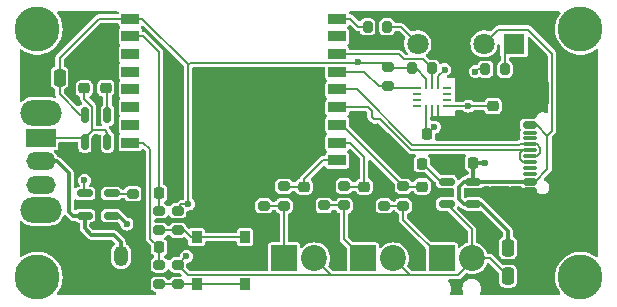
<source format=gbr>
%TF.GenerationSoftware,KiCad,Pcbnew,8.0.9-8.0.9-0~ubuntu22.04.1*%
%TF.CreationDate,2025-07-15T10:59:45-04:00*%
%TF.ProjectId,schematics,73636865-6d61-4746-9963-732e6b696361,rev?*%
%TF.SameCoordinates,Original*%
%TF.FileFunction,Copper,L1,Top*%
%TF.FilePolarity,Positive*%
%FSLAX46Y46*%
G04 Gerber Fmt 4.6, Leading zero omitted, Abs format (unit mm)*
G04 Created by KiCad (PCBNEW 8.0.9-8.0.9-0~ubuntu22.04.1) date 2025-07-15 10:59:45*
%MOMM*%
%LPD*%
G01*
G04 APERTURE LIST*
G04 Aperture macros list*
%AMRoundRect*
0 Rectangle with rounded corners*
0 $1 Rounding radius*
0 $2 $3 $4 $5 $6 $7 $8 $9 X,Y pos of 4 corners*
0 Add a 4 corners polygon primitive as box body*
4,1,4,$2,$3,$4,$5,$6,$7,$8,$9,$2,$3,0*
0 Add four circle primitives for the rounded corners*
1,1,$1+$1,$2,$3*
1,1,$1+$1,$4,$5*
1,1,$1+$1,$6,$7*
1,1,$1+$1,$8,$9*
0 Add four rect primitives between the rounded corners*
20,1,$1+$1,$2,$3,$4,$5,0*
20,1,$1+$1,$4,$5,$6,$7,0*
20,1,$1+$1,$6,$7,$8,$9,0*
20,1,$1+$1,$8,$9,$2,$3,0*%
G04 Aperture macros list end*
%TA.AperFunction,SMDPad,CuDef*%
%ADD10RoundRect,0.225000X-0.225000X-0.250000X0.225000X-0.250000X0.225000X0.250000X-0.225000X0.250000X0*%
%TD*%
%TA.AperFunction,SMDPad,CuDef*%
%ADD11RoundRect,0.200000X0.275000X-0.200000X0.275000X0.200000X-0.275000X0.200000X-0.275000X-0.200000X0*%
%TD*%
%TA.AperFunction,ComponentPad*%
%ADD12R,2.200000X2.200000*%
%TD*%
%TA.AperFunction,ComponentPad*%
%ADD13C,2.200000*%
%TD*%
%TA.AperFunction,SMDPad,CuDef*%
%ADD14RoundRect,0.225000X0.225000X0.250000X-0.225000X0.250000X-0.225000X-0.250000X0.225000X-0.250000X0*%
%TD*%
%TA.AperFunction,SMDPad,CuDef*%
%ADD15RoundRect,0.250000X-0.250000X-0.475000X0.250000X-0.475000X0.250000X0.475000X-0.250000X0.475000X0*%
%TD*%
%TA.AperFunction,SMDPad,CuDef*%
%ADD16RoundRect,0.200000X-0.200000X-0.275000X0.200000X-0.275000X0.200000X0.275000X-0.200000X0.275000X0*%
%TD*%
%TA.AperFunction,SMDPad,CuDef*%
%ADD17R,0.900000X1.000000*%
%TD*%
%TA.AperFunction,SMDPad,CuDef*%
%ADD18RoundRect,0.225000X-0.250000X0.225000X-0.250000X-0.225000X0.250000X-0.225000X0.250000X0.225000X0*%
%TD*%
%TA.AperFunction,SMDPad,CuDef*%
%ADD19RoundRect,0.225000X0.250000X-0.225000X0.250000X0.225000X-0.250000X0.225000X-0.250000X-0.225000X0*%
%TD*%
%TA.AperFunction,SMDPad,CuDef*%
%ADD20RoundRect,0.150000X0.425000X-0.150000X0.425000X0.150000X-0.425000X0.150000X-0.425000X-0.150000X0*%
%TD*%
%TA.AperFunction,SMDPad,CuDef*%
%ADD21RoundRect,0.075000X0.500000X-0.075000X0.500000X0.075000X-0.500000X0.075000X-0.500000X-0.075000X0*%
%TD*%
%TA.AperFunction,SMDPad,CuDef*%
%ADD22RoundRect,0.250000X0.750000X-0.840000X0.750000X0.840000X-0.750000X0.840000X-0.750000X-0.840000X0*%
%TD*%
%TA.AperFunction,SMDPad,CuDef*%
%ADD23RoundRect,0.093750X0.106250X-0.093750X0.106250X0.093750X-0.106250X0.093750X-0.106250X-0.093750X0*%
%TD*%
%TA.AperFunction,HeatsinkPad*%
%ADD24R,1.600000X1.000000*%
%TD*%
%TA.AperFunction,ComponentPad*%
%ADD25C,3.800000*%
%TD*%
%TA.AperFunction,SMDPad,CuDef*%
%ADD26RoundRect,0.200000X-0.275000X0.200000X-0.275000X-0.200000X0.275000X-0.200000X0.275000X0.200000X0*%
%TD*%
%TA.AperFunction,SMDPad,CuDef*%
%ADD27RoundRect,0.150000X0.150000X-0.512500X0.150000X0.512500X-0.150000X0.512500X-0.150000X-0.512500X0*%
%TD*%
%TA.AperFunction,SMDPad,CuDef*%
%ADD28RoundRect,0.150000X0.512500X0.150000X-0.512500X0.150000X-0.512500X-0.150000X0.512500X-0.150000X0*%
%TD*%
%TA.AperFunction,SMDPad,CuDef*%
%ADD29RoundRect,0.250000X0.250000X0.475000X-0.250000X0.475000X-0.250000X-0.475000X0.250000X-0.475000X0*%
%TD*%
%TA.AperFunction,ComponentPad*%
%ADD30R,1.800000X1.800000*%
%TD*%
%TA.AperFunction,ComponentPad*%
%ADD31C,1.800000*%
%TD*%
%TA.AperFunction,ComponentPad*%
%ADD32RoundRect,0.250000X-0.350000X-0.625000X0.350000X-0.625000X0.350000X0.625000X-0.350000X0.625000X0*%
%TD*%
%TA.AperFunction,ComponentPad*%
%ADD33O,1.200000X1.750000*%
%TD*%
%TA.AperFunction,SMDPad,CuDef*%
%ADD34R,0.675000X0.250000*%
%TD*%
%TA.AperFunction,SMDPad,CuDef*%
%ADD35R,0.250000X0.675000*%
%TD*%
%TA.AperFunction,ComponentPad*%
%ADD36O,3.500000X2.200000*%
%TD*%
%TA.AperFunction,ComponentPad*%
%ADD37R,2.500000X1.500000*%
%TD*%
%TA.AperFunction,ComponentPad*%
%ADD38O,2.500000X1.500000*%
%TD*%
%TA.AperFunction,SMDPad,CuDef*%
%ADD39RoundRect,0.200000X0.200000X0.275000X-0.200000X0.275000X-0.200000X-0.275000X0.200000X-0.275000X0*%
%TD*%
%TA.AperFunction,SMDPad,CuDef*%
%ADD40R,1.500000X0.900000*%
%TD*%
%TA.AperFunction,HeatsinkPad*%
%ADD41C,0.600000*%
%TD*%
%TA.AperFunction,HeatsinkPad*%
%ADD42R,2.900000X2.900000*%
%TD*%
%TA.AperFunction,SMDPad,CuDef*%
%ADD43RoundRect,0.150000X-0.512500X-0.150000X0.512500X-0.150000X0.512500X0.150000X-0.512500X0.150000X0*%
%TD*%
%TA.AperFunction,ViaPad*%
%ADD44C,0.600000*%
%TD*%
%TA.AperFunction,Conductor*%
%ADD45C,0.200000*%
%TD*%
%TA.AperFunction,Conductor*%
%ADD46C,0.300000*%
%TD*%
G04 APERTURE END LIST*
D10*
%TO.P,C3,1*%
%TO.N,+3V3*%
X166400000Y-85500000D03*
%TO.P,C3,2*%
%TO.N,GND*%
X167950000Y-85500000D03*
%TD*%
D11*
%TO.P,R1,1*%
%TO.N,Net-(R1-Pad1)*%
X145300000Y-93625000D03*
%TO.P,R1,2*%
%TO.N,+3V3*%
X145300000Y-91975000D03*
%TD*%
%TO.P,R13,1*%
%TO.N,Net-(J4-Pin_1)*%
X159400000Y-91525000D03*
%TO.P,R13,2*%
%TO.N,/MS2*%
X159400000Y-89875000D03*
%TD*%
D12*
%TO.P,J3,1,Pin_1*%
%TO.N,Net-(J3-Pin_1)*%
X154320000Y-96000000D03*
D13*
%TO.P,J3,2,Pin_2*%
%TO.N,+3V3*%
X156860000Y-96000000D03*
%TD*%
D14*
%TO.P,C11,1*%
%TO.N,Net-(U2-BP)*%
X165975000Y-88000000D03*
%TO.P,C11,2*%
%TO.N,GND*%
X164425000Y-88000000D03*
%TD*%
D11*
%TO.P,R12,1*%
%TO.N,Net-(J3-Pin_1)*%
X152600000Y-91550000D03*
%TO.P,R12,2*%
%TO.N,GND*%
X152600000Y-89900000D03*
%TD*%
D15*
%TO.P,C10,1*%
%TO.N,+3V3*%
X173275000Y-97500000D03*
%TO.P,C10,2*%
%TO.N,GND*%
X175175000Y-97500000D03*
%TD*%
D16*
%TO.P,R10,1*%
%TO.N,+3V3*%
X165175000Y-79900000D03*
%TO.P,R10,2*%
%TO.N,/SCL*%
X166825000Y-79900000D03*
%TD*%
D17*
%TO.P,SW5,1,1*%
%TO.N,GND*%
X146900000Y-96600000D03*
X151000000Y-96600000D03*
%TO.P,SW5,2,2*%
%TO.N,Net-(R3-Pad2)*%
X146900000Y-98200000D03*
X151000000Y-98200000D03*
%TD*%
D18*
%TO.P,C4,1*%
%TO.N,/MS3*%
X166000000Y-89925000D03*
%TO.P,C4,2*%
%TO.N,GND*%
X166000000Y-91475000D03*
%TD*%
D19*
%TO.P,C12,1*%
%TO.N,Net-(U3-BP)*%
X139200000Y-81575000D03*
%TO.P,C12,2*%
%TO.N,GND*%
X139200000Y-80025000D03*
%TD*%
D16*
%TO.P,R8,1*%
%TO.N,Net-(U4-~{CHRG})*%
X171350000Y-80000000D03*
%TO.P,R8,2*%
%TO.N,Net-(D1-K)*%
X173000000Y-80000000D03*
%TD*%
D20*
%TO.P,J1,A1,GND*%
%TO.N,GND*%
X175120000Y-90300000D03*
%TO.P,J1,A4,VBUS*%
%TO.N,+5V*%
X175120000Y-89500000D03*
D21*
%TO.P,J1,A5,CC1*%
%TO.N,unconnected-(J1-CC1-PadA5)*%
X175120000Y-88350000D03*
%TO.P,J1,A6,D+*%
%TO.N,/D+*%
X175120000Y-87350000D03*
%TO.P,J1,A7,D-*%
%TO.N,/D-*%
X175120000Y-86850000D03*
%TO.P,J1,A8*%
%TO.N,N/C*%
X175120000Y-85850000D03*
D20*
%TO.P,J1,A9,VBUS*%
%TO.N,+5V*%
X175120000Y-84700000D03*
%TO.P,J1,A12,GND*%
%TO.N,GND*%
X175120000Y-83900000D03*
%TO.P,J1,B1,GND*%
X175120000Y-83900000D03*
%TO.P,J1,B4,VBUS*%
%TO.N,+5V*%
X175120000Y-84700000D03*
D21*
%TO.P,J1,B5,CC2*%
%TO.N,unconnected-(J1-CC2-PadB5)*%
X175120000Y-85350000D03*
%TO.P,J1,B6,D+*%
%TO.N,/D+*%
X175120000Y-86350000D03*
%TO.P,J1,B7,D-*%
%TO.N,/D-*%
X175120000Y-87850000D03*
%TO.P,J1,B8*%
%TO.N,N/C*%
X175120000Y-88850000D03*
D20*
%TO.P,J1,B9,VBUS*%
%TO.N,+5V*%
X175120000Y-89500000D03*
%TO.P,J1,B12,GND*%
%TO.N,GND*%
X175120000Y-90300000D03*
D22*
%TO.P,J1,S1,SHIELD*%
X175695000Y-92210000D03*
X179625000Y-92210000D03*
X175695000Y-81990000D03*
X179625000Y-81990000D03*
%TD*%
D11*
%TO.P,R6,1*%
%TO.N,Net-(J3-Pin_1)*%
X154300000Y-91550000D03*
%TO.P,R6,2*%
%TO.N,/MS1*%
X154300000Y-89900000D03*
%TD*%
D23*
%TO.P,U5,1,GND*%
%TO.N,GND*%
X171950000Y-91300000D03*
%TO.P,U5,2,GND*%
X172600000Y-91300000D03*
%TO.P,U5,3,GND*%
X173250000Y-91300000D03*
%TO.P,U5,4,IN*%
%TO.N,+5V*%
X173250000Y-89525000D03*
%TO.P,U5,5,IN*%
X172600000Y-89525000D03*
%TO.P,U5,6,IN*%
X171950000Y-89525000D03*
D24*
%TO.P,U5,7,GND*%
%TO.N,GND*%
X172600000Y-90412500D03*
%TD*%
D25*
%TO.P,REF\u002A\u002A,1*%
%TO.N,N/C*%
X133400000Y-97599998D03*
%TD*%
D26*
%TO.P,R11,1*%
%TO.N,+3V3*%
X163100000Y-79775000D03*
%TO.P,R11,2*%
%TO.N,/SDA*%
X163100000Y-81425000D03*
%TD*%
D25*
%TO.P,REF\u002A\u002A,1*%
%TO.N,N/C*%
X133399999Y-76599997D03*
%TD*%
D27*
%TO.P,U3,1,IN*%
%TO.N,Net-(SW1-A)*%
X137450000Y-86137500D03*
%TO.P,U3,2,GND*%
%TO.N,GND*%
X138400000Y-86137500D03*
%TO.P,U3,3,EN*%
%TO.N,Net-(SW1-A)*%
X139350000Y-86137500D03*
%TO.P,U3,4,BP*%
%TO.N,Net-(U3-BP)*%
X139350000Y-83862500D03*
%TO.P,U3,5,OUT*%
%TO.N,+3V3*%
X137450000Y-83862500D03*
%TD*%
D14*
%TO.P,C13,1*%
%TO.N,+5V*%
X170300000Y-87900000D03*
%TO.P,C13,2*%
%TO.N,GND*%
X168750000Y-87900000D03*
%TD*%
D12*
%TO.P,J5,1,Pin_1*%
%TO.N,Net-(J5-Pin_1)*%
X167660000Y-96000000D03*
D13*
%TO.P,J5,2,Pin_2*%
%TO.N,+3V3*%
X170200000Y-96000000D03*
%TD*%
D28*
%TO.P,U2,1,IN*%
%TO.N,+5V*%
X170337500Y-91400000D03*
%TO.P,U2,2,GND*%
%TO.N,GND*%
X170337500Y-90450000D03*
%TO.P,U2,3,EN*%
%TO.N,+5V*%
X170337500Y-89500000D03*
%TO.P,U2,4,BP*%
%TO.N,Net-(U2-BP)*%
X168062500Y-89500000D03*
%TO.P,U2,5,OUT*%
%TO.N,+3V3*%
X168062500Y-91400000D03*
%TD*%
D29*
%TO.P,C9,1*%
%TO.N,+3V3*%
X135300000Y-80700000D03*
%TO.P,C9,2*%
%TO.N,GND*%
X133400000Y-80700000D03*
%TD*%
D10*
%TO.P,C5,1*%
%TO.N,Net-(U1-EN)*%
X143725000Y-90500000D03*
%TO.P,C5,2*%
%TO.N,GND*%
X145275000Y-90500000D03*
%TD*%
D12*
%TO.P,J4,1,Pin_1*%
%TO.N,Net-(J4-Pin_1)*%
X161000000Y-96000000D03*
D13*
%TO.P,J4,2,Pin_2*%
%TO.N,+3V3*%
X163540000Y-96000000D03*
%TD*%
D26*
%TO.P,R4,1*%
%TO.N,+3V3*%
X145300000Y-96550000D03*
%TO.P,R4,2*%
%TO.N,Net-(R3-Pad2)*%
X145300000Y-98200000D03*
%TD*%
D18*
%TO.P,C8,1*%
%TO.N,/MS2*%
X161100000Y-89925000D03*
%TO.P,C8,2*%
%TO.N,GND*%
X161100000Y-91475000D03*
%TD*%
D17*
%TO.P,SW4,1,1*%
%TO.N,GND*%
X146900000Y-92600000D03*
X151000000Y-92600000D03*
%TO.P,SW4,2,2*%
%TO.N,Net-(R1-Pad1)*%
X146900000Y-94200000D03*
X151000000Y-94200000D03*
%TD*%
D26*
%TO.P,R_PROG1,1*%
%TO.N,Net-(U4-PROG)*%
X141500000Y-90525000D03*
%TO.P,R_PROG1,2*%
%TO.N,GND*%
X141500000Y-92175000D03*
%TD*%
D11*
%TO.P,R7,1*%
%TO.N,Net-(J5-Pin_1)*%
X162800000Y-91550000D03*
%TO.P,R7,2*%
%TO.N,GND*%
X162800000Y-89900000D03*
%TD*%
D26*
%TO.P,R2,1*%
%TO.N,Net-(U1-EN)*%
X143750000Y-91975000D03*
%TO.P,R2,2*%
%TO.N,Net-(R1-Pad1)*%
X143750000Y-93625000D03*
%TD*%
D30*
%TO.P,D1,1,K*%
%TO.N,Net-(D1-K)*%
X173770000Y-77835000D03*
D31*
%TO.P,D1,2,A*%
%TO.N,+5V*%
X171230000Y-77835000D03*
%TD*%
D25*
%TO.P,REF\u002A\u002A,1*%
%TO.N,N/C*%
X179400000Y-97599998D03*
%TD*%
D19*
%TO.P,C14,1*%
%TO.N,Net-(SW1-A)*%
X137400000Y-81600000D03*
%TO.P,C14,2*%
%TO.N,GND*%
X137400000Y-80050000D03*
%TD*%
D25*
%TO.P,REF\u002A\u002A,1*%
%TO.N,N/C*%
X179400000Y-76599998D03*
%TD*%
D32*
%TO.P,J2,1,Pin_1*%
%TO.N,GND*%
X138500000Y-95800000D03*
D33*
%TO.P,J2,2,Pin_2*%
%TO.N,Net-(J2-Pin_2)*%
X140500000Y-95800000D03*
%TD*%
D19*
%TO.P,C2,1*%
%TO.N,+3V3*%
X172000000Y-83100000D03*
%TO.P,C2,2*%
%TO.N,GND*%
X172000000Y-81550000D03*
%TD*%
D34*
%TO.P,U6,1,SDO*%
%TO.N,/SDA*%
X165575000Y-81600000D03*
%TO.P,U6,2,ASDx*%
%TO.N,unconnected-(U6-ASDx-Pad2)*%
X165575000Y-82100000D03*
%TO.P,U6,3,ASCx*%
%TO.N,unconnected-(U6-ASCx-Pad3)*%
X165575000Y-82600000D03*
%TO.P,U6,4,INT1*%
%TO.N,unconnected-(U6-INT1-Pad4)*%
X165575000Y-83100000D03*
D35*
%TO.P,U6,5,VDDI0*%
%TO.N,+3V3*%
X166337500Y-83362500D03*
%TO.P,U6,6,GNDI0*%
%TO.N,GND*%
X166837500Y-83362500D03*
%TO.P,U6,7,GND*%
X167337500Y-83362500D03*
D34*
%TO.P,U6,8,VDD*%
%TO.N,+3V3*%
X168100000Y-83100000D03*
%TO.P,U6,9,INT2*%
%TO.N,unconnected-(U6-INT2-Pad9)*%
X168100000Y-82600000D03*
%TO.P,U6,10,OCSB*%
%TO.N,unconnected-(U6-OCSB-Pad10)*%
X168100000Y-82100000D03*
%TO.P,U6,11,OSDO*%
%TO.N,unconnected-(U6-OSDO-Pad11)*%
X168100000Y-81600000D03*
D35*
%TO.P,U6,12,CSB*%
%TO.N,+3V3*%
X167337500Y-81337500D03*
%TO.P,U6,13,SCx*%
%TO.N,/SCL*%
X166837500Y-81337500D03*
%TO.P,U6,14,SDx*%
%TO.N,+3V3*%
X166337500Y-81337500D03*
%TD*%
D10*
%TO.P,C6,1*%
%TO.N,Net-(U1-IO9)*%
X143725000Y-95075000D03*
%TO.P,C6,2*%
%TO.N,GND*%
X145275000Y-95075000D03*
%TD*%
D26*
%TO.P,R3,1*%
%TO.N,Net-(U1-IO9)*%
X143750000Y-96550000D03*
%TO.P,R3,2*%
%TO.N,Net-(R3-Pad2)*%
X143750000Y-98200000D03*
%TD*%
D15*
%TO.P,C15,1*%
%TO.N,+5V*%
X173275000Y-95100000D03*
%TO.P,C15,2*%
%TO.N,GND*%
X175175000Y-95100000D03*
%TD*%
D36*
%TO.P,SW1,*%
%TO.N,*%
X133700000Y-83700000D03*
X133700000Y-91900000D03*
D37*
%TO.P,SW1,1,A*%
%TO.N,Net-(SW1-A)*%
X133700000Y-85800000D03*
D38*
%TO.P,SW1,2,B*%
%TO.N,Net-(J2-Pin_2)*%
X133700000Y-87800000D03*
%TO.P,SW1,3,C*%
%TO.N,unconnected-(SW1-C-Pad3)*%
X133700000Y-89800000D03*
%TD*%
D39*
%TO.P,R9,1*%
%TO.N,Net-(D2-A)*%
X163025000Y-76400000D03*
%TO.P,R9,2*%
%TO.N,Net-(U1-IO0)*%
X161375000Y-76400000D03*
%TD*%
D30*
%TO.P,D2,1,K*%
%TO.N,GND*%
X168170000Y-77835000D03*
D31*
%TO.P,D2,2,A*%
%TO.N,Net-(D2-A)*%
X165630000Y-77835000D03*
%TD*%
D18*
%TO.P,C7,1*%
%TO.N,/MS1*%
X156000000Y-89925000D03*
%TO.P,C7,2*%
%TO.N,GND*%
X156000000Y-91475000D03*
%TD*%
D11*
%TO.P,R5,1*%
%TO.N,Net-(J4-Pin_1)*%
X157700000Y-91525000D03*
%TO.P,R5,2*%
%TO.N,GND*%
X157700000Y-89875000D03*
%TD*%
D40*
%TO.P,U1,1,3V3*%
%TO.N,+3V3*%
X141300000Y-75700000D03*
%TO.P,U1,2,EN*%
%TO.N,Net-(U1-EN)*%
X141300000Y-77200000D03*
%TO.P,U1,3,IO4*%
%TO.N,unconnected-(U1-IO4-Pad3)*%
X141300000Y-78700000D03*
%TO.P,U1,4,IO5*%
%TO.N,unconnected-(U1-IO5-Pad4)*%
X141300000Y-80200000D03*
%TO.P,U1,5,IO6*%
%TO.N,unconnected-(U1-IO6-Pad5)*%
X141300000Y-81700000D03*
%TO.P,U1,6,IO7*%
%TO.N,unconnected-(U1-IO7-Pad6)*%
X141300000Y-83200000D03*
%TO.P,U1,7,IO8*%
%TO.N,unconnected-(U1-IO8-Pad7)*%
X141300000Y-84700000D03*
%TO.P,U1,8,IO9*%
%TO.N,Net-(U1-IO9)*%
X141300000Y-86200000D03*
%TO.P,U1,9,GND*%
%TO.N,GND*%
X141300000Y-87700000D03*
%TO.P,U1,10,IO10*%
%TO.N,/MS1*%
X158800000Y-87700000D03*
%TO.P,U1,11,IO20/RXD*%
%TO.N,/MS2*%
X158800000Y-86200000D03*
%TO.P,U1,12,IO21/TXD*%
%TO.N,/MS3*%
X158800000Y-84700000D03*
%TO.P,U1,13,IO18*%
%TO.N,/D-*%
X158800000Y-83200000D03*
%TO.P,U1,14,IO19*%
%TO.N,/D+*%
X158800000Y-81700000D03*
%TO.P,U1,15,IO3*%
%TO.N,/SDA*%
X158800000Y-80200000D03*
%TO.P,U1,16,IO2*%
%TO.N,/SCL*%
X158800000Y-78700000D03*
%TO.P,U1,17,IO1*%
%TO.N,unconnected-(U1-IO1-Pad17)*%
X158800000Y-77200000D03*
%TO.P,U1,18,IO0*%
%TO.N,Net-(U1-IO0)*%
X158800000Y-75700000D03*
D41*
%TO.P,U1,19,GND*%
%TO.N,GND*%
X149910000Y-81350000D03*
X149910000Y-82450000D03*
X150460000Y-80800000D03*
X150460000Y-81900000D03*
X150460000Y-83000000D03*
X151010000Y-81350000D03*
D42*
X151010000Y-81900000D03*
D41*
X151010000Y-82450000D03*
X151560000Y-80800000D03*
X151560000Y-81900000D03*
X151560000Y-83000000D03*
X152110000Y-81350000D03*
X152110000Y-82450000D03*
%TD*%
D43*
%TO.P,U4,1,~{CHRG}*%
%TO.N,Net-(U4-~{CHRG})*%
X137425000Y-90500000D03*
%TO.P,U4,2,GND*%
%TO.N,GND*%
X137425000Y-91450000D03*
%TO.P,U4,3,BAT*%
%TO.N,Net-(J2-Pin_2)*%
X137425000Y-92400000D03*
%TO.P,U4,4,V_{CC}*%
%TO.N,+5V*%
X139700000Y-92400000D03*
%TO.P,U4,5,PROG*%
%TO.N,Net-(U4-PROG)*%
X139700000Y-90500000D03*
%TD*%
D11*
%TO.P,R14,1*%
%TO.N,Net-(J5-Pin_1)*%
X164400000Y-91550000D03*
%TO.P,R14,2*%
%TO.N,/MS3*%
X164400000Y-89900000D03*
%TD*%
D44*
%TO.N,GND*%
X144950000Y-87900000D03*
X138500000Y-78100000D03*
X167500000Y-87850000D03*
X136500000Y-76000000D03*
X144950000Y-80700000D03*
%TO.N,+3V3*%
X167025000Y-84875000D03*
X146022452Y-95840761D03*
X160550000Y-79400000D03*
X167900000Y-80012648D03*
X169900000Y-83100000D03*
X146200000Y-91400000D03*
%TO.N,+5V*%
X171300000Y-87900000D03*
X141000000Y-93100000D03*
%TO.N,Net-(U4-~{CHRG})*%
X137400000Y-89400000D03*
X170500000Y-80200000D03*
%TD*%
D45*
%TO.N,GND*%
X167337500Y-83362500D02*
X167337500Y-84337500D01*
X166837500Y-83362500D02*
X166837500Y-84262500D01*
%TO.N,+3V3*%
X146200000Y-91400000D02*
X145600000Y-91400000D01*
X164940000Y-97400000D02*
X169060000Y-97400000D01*
X165450000Y-79900000D02*
X165175000Y-79900000D01*
X146350000Y-79450000D02*
X146200000Y-79600000D01*
X135300000Y-82100000D02*
X135300000Y-80700000D01*
X135300000Y-80700000D02*
X135300000Y-79000000D01*
X146022452Y-95840761D02*
X146009239Y-95840761D01*
X142300000Y-75700000D02*
X141300000Y-75700000D01*
X137450000Y-83862500D02*
X137062500Y-83862500D01*
X173275000Y-97500000D02*
X171775000Y-96000000D01*
X146150000Y-79550000D02*
X142300000Y-75700000D01*
X170200000Y-96260000D02*
X170200000Y-96000000D01*
X167350000Y-81325000D02*
X167337500Y-81337500D01*
X137062500Y-83862500D02*
X135300000Y-82100000D01*
X163540000Y-96000000D02*
X164940000Y-97400000D01*
X158260000Y-97400000D02*
X158300000Y-97400000D01*
X166337500Y-83362500D02*
X166337500Y-85437500D01*
X166337500Y-81337500D02*
X166337500Y-80787500D01*
X146200000Y-79600000D02*
X146200000Y-91400000D01*
X156860000Y-96000000D02*
X158260000Y-97400000D01*
X162775000Y-79450000D02*
X146350000Y-79450000D01*
X145300000Y-91700000D02*
X145300000Y-91975000D01*
X167337500Y-80575148D02*
X167900000Y-80012648D01*
X171775000Y-96000000D02*
X170200000Y-96000000D01*
X135300000Y-79000000D02*
X138600000Y-75700000D01*
X169060000Y-97400000D02*
X170200000Y-96260000D01*
X166400000Y-85500000D02*
X167025000Y-84875000D01*
X167337500Y-81337500D02*
X167337500Y-80575148D01*
X172000000Y-83000000D02*
X172000000Y-83100000D01*
X166337500Y-85437500D02*
X166400000Y-85500000D01*
X146150000Y-97400000D02*
X158300000Y-97400000D01*
X165175000Y-79900000D02*
X163225000Y-79900000D01*
X166337500Y-80787500D02*
X165450000Y-79900000D01*
X163100000Y-79775000D02*
X162775000Y-79450000D01*
X170200000Y-93537500D02*
X170200000Y-96000000D01*
X168062500Y-91400000D02*
X170200000Y-93537500D01*
X168100000Y-83100000D02*
X172000000Y-83100000D01*
X145300000Y-96550000D02*
X146150000Y-97400000D01*
X146009239Y-95840761D02*
X145300000Y-96550000D01*
X138600000Y-75700000D02*
X141300000Y-75700000D01*
X158300000Y-97400000D02*
X164940000Y-97400000D01*
X145600000Y-91400000D02*
X145300000Y-91700000D01*
%TO.N,/MS3*%
X166000000Y-89925000D02*
X164425000Y-89925000D01*
X159200000Y-84700000D02*
X158800000Y-84700000D01*
X164425000Y-89925000D02*
X164400000Y-89900000D01*
X164400000Y-89900000D02*
X159200000Y-84700000D01*
%TO.N,Net-(U1-EN)*%
X143750000Y-90525000D02*
X143725000Y-90500000D01*
X143725000Y-90500000D02*
X143725000Y-78525000D01*
X143750000Y-91975000D02*
X143750000Y-90525000D01*
X143725000Y-78525000D02*
X142400000Y-77200000D01*
X142400000Y-77200000D02*
X141300000Y-77200000D01*
%TO.N,Net-(U1-IO9)*%
X142975000Y-94325000D02*
X142975000Y-86775000D01*
X143725000Y-95075000D02*
X142975000Y-94325000D01*
X143750000Y-95100000D02*
X143725000Y-95075000D01*
X143750000Y-96550000D02*
X143750000Y-95100000D01*
X142400000Y-86200000D02*
X141300000Y-86200000D01*
X142975000Y-86775000D02*
X142400000Y-86200000D01*
%TO.N,/MS1*%
X156000000Y-89300000D02*
X157600000Y-87700000D01*
X154325000Y-89925000D02*
X154300000Y-89900000D01*
X156000000Y-89925000D02*
X154325000Y-89925000D01*
X157600000Y-87700000D02*
X158800000Y-87700000D01*
X156000000Y-89925000D02*
X156000000Y-89300000D01*
%TO.N,/MS2*%
X159900000Y-86200000D02*
X158800000Y-86200000D01*
X161100000Y-87400000D02*
X159900000Y-86200000D01*
X161100000Y-89925000D02*
X159450000Y-89925000D01*
X159450000Y-89925000D02*
X159400000Y-89875000D01*
X161100000Y-89925000D02*
X161100000Y-87400000D01*
D46*
%TO.N,+5V*%
X171000000Y-91400000D02*
X173250000Y-93650000D01*
D45*
X176600000Y-85605001D02*
X176995000Y-85210001D01*
X176995000Y-85210001D02*
X176995000Y-78660000D01*
D46*
X170337500Y-89500000D02*
X169537500Y-89500000D01*
D45*
X176600000Y-88477410D02*
X175577410Y-89500000D01*
D46*
X140300000Y-92400000D02*
X141000000Y-93100000D01*
D45*
X171975000Y-89500000D02*
X171950000Y-89525000D01*
X175577410Y-89500000D02*
X175120000Y-89500000D01*
D46*
X170300000Y-87900000D02*
X171300000Y-87900000D01*
X170337500Y-87937500D02*
X170300000Y-87900000D01*
D45*
X174970000Y-76635000D02*
X172430000Y-76635000D01*
D46*
X139700000Y-92400000D02*
X140300000Y-92400000D01*
X169100000Y-89937500D02*
X169100000Y-91000000D01*
D45*
X175694999Y-84700000D02*
X176600000Y-85605001D01*
X172430000Y-76635000D02*
X171230000Y-77835000D01*
D46*
X170337500Y-89500000D02*
X175120000Y-89500000D01*
X170337500Y-91400000D02*
X171000000Y-91400000D01*
X169500000Y-91400000D02*
X170337500Y-91400000D01*
X169537500Y-89500000D02*
X169100000Y-89937500D01*
X170337500Y-89500000D02*
X170337500Y-87937500D01*
D45*
X176995000Y-78660000D02*
X174970000Y-76635000D01*
D46*
X169100000Y-91000000D02*
X169500000Y-91400000D01*
D45*
X171925000Y-89500000D02*
X171950000Y-89525000D01*
X175120000Y-84700000D02*
X175694999Y-84700000D01*
X176600000Y-85605001D02*
X176600000Y-88477410D01*
D46*
X173250000Y-93650000D02*
X173250000Y-95150000D01*
D45*
%TO.N,Net-(D1-K)*%
X173000000Y-78605000D02*
X173770000Y-77835000D01*
X173000000Y-80000000D02*
X173000000Y-78605000D01*
%TO.N,Net-(D2-A)*%
X163025000Y-76400000D02*
X164195000Y-76400000D01*
X164195000Y-76400000D02*
X165630000Y-77835000D01*
%TO.N,/D+*%
X160500000Y-81700000D02*
X158800000Y-81700000D01*
X175727410Y-86350000D02*
X175120000Y-86350000D01*
X175120000Y-86350000D02*
X174257499Y-86350000D01*
X175995000Y-87105000D02*
X175995000Y-86617590D01*
X174232499Y-86375000D02*
X165175000Y-86375000D01*
X175995000Y-86617590D02*
X175727410Y-86350000D01*
X165175000Y-86375000D02*
X160500000Y-81700000D01*
X174257499Y-86350000D02*
X174232499Y-86375000D01*
X175750000Y-87350000D02*
X175995000Y-87105000D01*
X175120000Y-87350000D02*
X175750000Y-87350000D01*
%TO.N,/D-*%
X165059314Y-86825000D02*
X174232499Y-86825000D01*
X163400233Y-85165919D02*
X165059314Y-86825000D01*
X175120000Y-87850000D02*
X174512590Y-87850000D01*
X161434314Y-83200000D02*
X161739819Y-83505505D01*
X174232499Y-86825000D02*
X174257499Y-86850000D01*
X158800000Y-83200000D02*
X160797273Y-83200000D01*
X174512590Y-86850000D02*
X175120000Y-86850000D01*
X161739819Y-84044257D02*
X161894706Y-84199144D01*
X160797273Y-83200000D02*
X161016773Y-83200000D01*
X174245000Y-87117590D02*
X174512590Y-86850000D01*
X174257499Y-86850000D02*
X175120000Y-86850000D01*
X174512590Y-87850000D02*
X174245000Y-87582410D01*
X162588347Y-84354033D02*
X163400233Y-85165919D01*
X161016773Y-83200000D02*
X161434314Y-83200000D01*
X162433459Y-84199144D02*
X162588347Y-84354033D01*
X174245000Y-87582410D02*
X174245000Y-87117590D01*
X161739819Y-83774881D02*
G75*
G03*
X161739788Y-84044288I134681J-134719D01*
G01*
X162164083Y-84199144D02*
G75*
G02*
X162433459Y-84199144I134688J-134687D01*
G01*
X161894706Y-84199144D02*
G75*
G03*
X162164083Y-84199144I134688J134691D01*
G01*
X161739819Y-83505505D02*
G75*
G02*
X161739826Y-83774888I-134719J-134695D01*
G01*
D46*
%TO.N,Net-(J2-Pin_2)*%
X140500000Y-94650000D02*
X140500000Y-95800000D01*
X137425000Y-93450000D02*
X138000000Y-94025000D01*
X138000000Y-94025000D02*
X139875000Y-94025000D01*
X139875000Y-94025000D02*
X140500000Y-94650000D01*
X136100000Y-92100000D02*
X136100000Y-88800000D01*
X136100000Y-88800000D02*
X135100000Y-87800000D01*
X135100000Y-87800000D02*
X133700000Y-87800000D01*
X137425000Y-92400000D02*
X137425000Y-93450000D01*
X137425000Y-92400000D02*
X136400000Y-92400000D01*
X136400000Y-92400000D02*
X136100000Y-92100000D01*
D45*
%TO.N,Net-(J3-Pin_1)*%
X154320000Y-91570000D02*
X154300000Y-91550000D01*
X154320000Y-96000000D02*
X154320000Y-91570000D01*
X152600000Y-91550000D02*
X154300000Y-91550000D01*
%TO.N,Net-(J4-Pin_1)*%
X159400000Y-91525000D02*
X159400000Y-94400000D01*
X159400000Y-94400000D02*
X161000000Y-96000000D01*
X159400000Y-91525000D02*
X157700000Y-91525000D01*
%TO.N,Net-(J5-Pin_1)*%
X164400000Y-91550000D02*
X164400000Y-92740000D01*
X162800000Y-91550000D02*
X164400000Y-91550000D01*
X164400000Y-92740000D02*
X167660000Y-96000000D01*
%TO.N,Net-(R1-Pad1)*%
X145825000Y-93625000D02*
X145300000Y-93625000D01*
X146875000Y-94225000D02*
X146900000Y-94200000D01*
X146900000Y-94200000D02*
X146400000Y-94200000D01*
X146400000Y-94200000D02*
X145825000Y-93625000D01*
X146550000Y-94200000D02*
X150650000Y-94200000D01*
X143750000Y-93625000D02*
X145300000Y-93625000D01*
%TO.N,Net-(R3-Pad2)*%
X145300000Y-98200000D02*
X146900000Y-98200000D01*
X145300000Y-98200000D02*
X143750000Y-98200000D01*
X146550000Y-98200000D02*
X150650000Y-98200000D01*
%TO.N,Net-(U4-~{CHRG})*%
X170700000Y-80000000D02*
X171350000Y-80000000D01*
X137400000Y-89400000D02*
X137400000Y-90475000D01*
X137400000Y-90475000D02*
X137425000Y-90500000D01*
X170500000Y-80200000D02*
X170700000Y-80000000D01*
%TO.N,Net-(U1-IO0)*%
X158800000Y-75700000D02*
X159900000Y-75700000D01*
X159900000Y-75700000D02*
X160600000Y-76400000D01*
X160600000Y-76400000D02*
X161375000Y-76400000D01*
%TO.N,/SCL*%
X164425000Y-79125000D02*
X164000000Y-78700000D01*
X164000000Y-78700000D02*
X158800000Y-78700000D01*
X166837500Y-79912500D02*
X166825000Y-79900000D01*
X166825000Y-79900000D02*
X166050000Y-79125000D01*
X166837500Y-81337500D02*
X166837500Y-79912500D01*
X166050000Y-79125000D02*
X164425000Y-79125000D01*
%TO.N,/SDA*%
X158800000Y-80200000D02*
X161100000Y-80200000D01*
X163275000Y-81600000D02*
X163100000Y-81425000D01*
X162325000Y-81425000D02*
X163100000Y-81425000D01*
X165575000Y-81600000D02*
X163275000Y-81600000D01*
X161100000Y-80200000D02*
X162325000Y-81425000D01*
%TO.N,Net-(U4-PROG)*%
X139725000Y-90525000D02*
X139700000Y-90500000D01*
X141500000Y-90525000D02*
X139725000Y-90525000D01*
X139700000Y-90500000D02*
X140200000Y-90500000D01*
%TO.N,Net-(SW1-A)*%
X139350000Y-85350000D02*
X139350000Y-86137500D01*
X137112500Y-85800000D02*
X133700000Y-85800000D01*
X137450000Y-85784448D02*
X137450000Y-86137500D01*
X137400000Y-81600000D02*
X137400000Y-82509448D01*
X138050000Y-83159448D02*
X138050000Y-85184448D01*
X139175000Y-85175000D02*
X139350000Y-85350000D01*
X138050000Y-85184448D02*
X137450000Y-85784448D01*
X137400000Y-82509448D02*
X138050000Y-83159448D01*
X137450000Y-86137500D02*
X137112500Y-85800000D01*
X138059448Y-85175000D02*
X139175000Y-85175000D01*
X138050000Y-85184448D02*
X138059448Y-85175000D01*
%TO.N,Net-(U2-BP)*%
X167600000Y-89500000D02*
X166100000Y-88000000D01*
X166100000Y-88000000D02*
X165975000Y-88000000D01*
X168062500Y-89500000D02*
X167600000Y-89500000D01*
%TO.N,Net-(U3-BP)*%
X139350000Y-83862500D02*
X139350000Y-81725000D01*
X139350000Y-81725000D02*
X139200000Y-81575000D01*
%TD*%
%TA.AperFunction,Conductor*%
%TO.N,GND*%
G36*
X140242539Y-76070185D02*
G01*
X140288294Y-76122989D01*
X140298233Y-76168679D01*
X140298903Y-76168614D01*
X140299468Y-76174354D01*
X140299500Y-76174500D01*
X140299500Y-76174678D01*
X140314032Y-76247735D01*
X140314033Y-76247739D01*
X140318895Y-76255015D01*
X140369399Y-76330601D01*
X140393790Y-76346898D01*
X140438594Y-76400511D01*
X140447301Y-76469836D01*
X140417146Y-76532863D01*
X140393791Y-76553100D01*
X140369399Y-76569399D01*
X140314033Y-76652260D01*
X140314032Y-76652264D01*
X140299500Y-76725321D01*
X140299500Y-77674678D01*
X140314032Y-77747735D01*
X140314033Y-77747739D01*
X140318895Y-77755015D01*
X140369399Y-77830601D01*
X140393790Y-77846898D01*
X140438594Y-77900511D01*
X140447301Y-77969836D01*
X140417146Y-78032863D01*
X140393791Y-78053100D01*
X140369399Y-78069399D01*
X140314033Y-78152260D01*
X140314032Y-78152264D01*
X140299500Y-78225321D01*
X140299500Y-79174678D01*
X140314032Y-79247735D01*
X140314033Y-79247739D01*
X140314034Y-79247740D01*
X140369399Y-79330601D01*
X140393790Y-79346898D01*
X140438594Y-79400511D01*
X140447301Y-79469836D01*
X140417146Y-79532863D01*
X140393791Y-79553100D01*
X140369399Y-79569399D01*
X140314033Y-79652260D01*
X140314032Y-79652264D01*
X140299500Y-79725321D01*
X140299500Y-80674678D01*
X140314032Y-80747735D01*
X140314033Y-80747739D01*
X140314034Y-80747740D01*
X140369399Y-80830601D01*
X140393790Y-80846898D01*
X140438594Y-80900511D01*
X140447301Y-80969836D01*
X140417146Y-81032863D01*
X140393791Y-81053100D01*
X140369399Y-81069399D01*
X140314033Y-81152260D01*
X140314032Y-81152264D01*
X140299500Y-81225321D01*
X140299500Y-82174678D01*
X140314032Y-82247735D01*
X140314033Y-82247739D01*
X140331450Y-82273805D01*
X140369399Y-82330601D01*
X140393790Y-82346898D01*
X140438594Y-82400511D01*
X140447301Y-82469836D01*
X140417146Y-82532863D01*
X140393791Y-82553100D01*
X140390063Y-82555592D01*
X140369399Y-82569399D01*
X140314033Y-82652260D01*
X140314032Y-82652264D01*
X140299500Y-82725321D01*
X140299500Y-83674678D01*
X140314032Y-83747735D01*
X140314033Y-83747739D01*
X140314034Y-83747740D01*
X140369399Y-83830601D01*
X140393790Y-83846898D01*
X140438594Y-83900511D01*
X140447301Y-83969836D01*
X140417146Y-84032863D01*
X140393791Y-84053100D01*
X140369399Y-84069399D01*
X140314033Y-84152260D01*
X140314032Y-84152264D01*
X140299500Y-84225321D01*
X140299500Y-85174678D01*
X140314032Y-85247735D01*
X140314033Y-85247739D01*
X140319649Y-85256144D01*
X140369399Y-85330601D01*
X140393790Y-85346898D01*
X140438594Y-85400511D01*
X140447301Y-85469836D01*
X140417146Y-85532863D01*
X140393791Y-85553100D01*
X140380745Y-85561818D01*
X140369399Y-85569399D01*
X140314033Y-85652260D01*
X140314032Y-85652264D01*
X140299500Y-85725321D01*
X140299500Y-86674678D01*
X140314032Y-86747735D01*
X140314033Y-86747739D01*
X140318894Y-86755014D01*
X140369399Y-86830601D01*
X140449113Y-86883863D01*
X140452260Y-86885966D01*
X140452264Y-86885967D01*
X140525321Y-86900499D01*
X140525324Y-86900500D01*
X140525326Y-86900500D01*
X142074676Y-86900500D01*
X142074677Y-86900499D01*
X142147740Y-86885966D01*
X142230601Y-86830601D01*
X142268550Y-86773804D01*
X142322161Y-86729000D01*
X142391486Y-86720293D01*
X142454514Y-86750447D01*
X142459333Y-86755015D01*
X142588181Y-86883863D01*
X142621666Y-86945186D01*
X142624500Y-86971544D01*
X142624500Y-94371145D01*
X142636307Y-94415211D01*
X142636308Y-94415211D01*
X142636308Y-94415212D01*
X142648004Y-94458863D01*
X142648387Y-94460290D01*
X142694527Y-94540208D01*
X142694531Y-94540213D01*
X142988181Y-94833863D01*
X143021666Y-94895186D01*
X143024500Y-94921544D01*
X143024500Y-95370481D01*
X143024501Y-95370490D01*
X143030587Y-95427114D01*
X143071329Y-95536344D01*
X143078372Y-95555226D01*
X143129009Y-95622870D01*
X143160314Y-95664688D01*
X143267345Y-95744810D01*
X143309217Y-95800743D01*
X143314201Y-95870435D01*
X143280716Y-95931758D01*
X143266669Y-95943847D01*
X143152850Y-96027850D01*
X143072207Y-96137117D01*
X143072206Y-96137119D01*
X143027353Y-96265298D01*
X143027353Y-96265300D01*
X143024500Y-96295730D01*
X143024500Y-96804269D01*
X143027353Y-96834699D01*
X143027353Y-96834701D01*
X143068298Y-96951712D01*
X143072207Y-96962882D01*
X143152850Y-97072150D01*
X143262118Y-97152793D01*
X143304845Y-97167744D01*
X143390299Y-97197646D01*
X143420730Y-97200500D01*
X143420734Y-97200500D01*
X144079270Y-97200500D01*
X144109699Y-97197646D01*
X144109701Y-97197646D01*
X144177184Y-97174032D01*
X144237882Y-97152793D01*
X144347150Y-97072150D01*
X144425230Y-96966355D01*
X144480877Y-96924104D01*
X144550533Y-96918645D01*
X144612083Y-96951712D01*
X144624770Y-96966355D01*
X144702848Y-97072148D01*
X144702849Y-97072148D01*
X144702850Y-97072150D01*
X144812118Y-97152793D01*
X144854845Y-97167744D01*
X144940299Y-97197646D01*
X144970730Y-97200500D01*
X144970734Y-97200500D01*
X145403456Y-97200500D01*
X145470495Y-97220185D01*
X145491137Y-97236819D01*
X145592137Y-97337819D01*
X145625622Y-97399142D01*
X145620638Y-97468834D01*
X145578766Y-97524767D01*
X145513302Y-97549184D01*
X145504456Y-97549500D01*
X144970730Y-97549500D01*
X144940300Y-97552353D01*
X144940298Y-97552353D01*
X144812119Y-97597206D01*
X144812117Y-97597207D01*
X144702850Y-97677850D01*
X144624770Y-97783645D01*
X144569122Y-97825895D01*
X144499466Y-97831354D01*
X144437917Y-97798286D01*
X144425230Y-97783645D01*
X144400767Y-97750499D01*
X144347150Y-97677850D01*
X144237882Y-97597207D01*
X144237880Y-97597206D01*
X144109700Y-97552353D01*
X144079270Y-97549500D01*
X144079266Y-97549500D01*
X143420734Y-97549500D01*
X143420730Y-97549500D01*
X143390300Y-97552353D01*
X143390298Y-97552353D01*
X143262119Y-97597206D01*
X143262117Y-97597207D01*
X143152850Y-97677850D01*
X143072207Y-97787117D01*
X143072206Y-97787119D01*
X143027353Y-97915298D01*
X143027353Y-97915300D01*
X143024500Y-97945730D01*
X143024500Y-98454269D01*
X143027353Y-98484699D01*
X143027353Y-98484701D01*
X143068061Y-98601034D01*
X143072207Y-98612882D01*
X143152850Y-98722150D01*
X143262118Y-98802793D01*
X143296324Y-98814762D01*
X143380579Y-98844245D01*
X143437355Y-98884967D01*
X143463102Y-98949920D01*
X143449645Y-99018481D01*
X143401258Y-99068884D01*
X143339624Y-99085286D01*
X135223167Y-99085286D01*
X135156128Y-99065601D01*
X135110373Y-99012797D01*
X135100429Y-98943639D01*
X135121862Y-98889778D01*
X135186829Y-98797740D01*
X135241722Y-98719974D01*
X135377072Y-98458762D01*
X135475592Y-98181552D01*
X135475592Y-98181547D01*
X135475595Y-98181541D01*
X135522524Y-97955703D01*
X135535448Y-97893509D01*
X135555525Y-97599998D01*
X135535448Y-97306487D01*
X135503510Y-97152792D01*
X135475595Y-97018454D01*
X135475590Y-97018438D01*
X135430944Y-96892815D01*
X135377072Y-96741234D01*
X135241722Y-96480022D01*
X135241721Y-96480020D01*
X135241717Y-96480014D01*
X135072067Y-96239674D01*
X135005130Y-96168002D01*
X134871260Y-96024663D01*
X134871258Y-96024662D01*
X134871256Y-96024659D01*
X134663432Y-95855582D01*
X134643049Y-95838999D01*
X134643047Y-95838998D01*
X134643045Y-95838996D01*
X134391680Y-95686137D01*
X134391675Y-95686135D01*
X134121845Y-95568932D01*
X133838560Y-95489559D01*
X133838556Y-95489558D01*
X133838555Y-95489558D01*
X133692826Y-95469528D01*
X133547099Y-95449498D01*
X133547098Y-95449498D01*
X133252902Y-95449498D01*
X133252901Y-95449498D01*
X132961445Y-95489558D01*
X132961439Y-95489559D01*
X132678154Y-95568932D01*
X132408324Y-95686135D01*
X132408319Y-95686137D01*
X132156954Y-95838996D01*
X132116969Y-95871527D01*
X132052543Y-95898565D01*
X131983726Y-95886480D01*
X131932368Y-95839108D01*
X131914714Y-95775339D01*
X131914714Y-92973972D01*
X131934399Y-92906933D01*
X131987203Y-92861178D01*
X132056361Y-92851234D01*
X132119917Y-92880259D01*
X132126395Y-92886291D01*
X132170213Y-92930109D01*
X132342179Y-93055048D01*
X132342181Y-93055049D01*
X132342184Y-93055051D01*
X132531588Y-93151557D01*
X132733757Y-93217246D01*
X132943713Y-93250500D01*
X132943714Y-93250500D01*
X134456286Y-93250500D01*
X134456287Y-93250500D01*
X134666243Y-93217246D01*
X134868412Y-93151557D01*
X135057816Y-93055051D01*
X135123320Y-93007460D01*
X135229786Y-92930109D01*
X135229788Y-92930106D01*
X135229792Y-92930104D01*
X135380104Y-92779792D01*
X135380106Y-92779788D01*
X135380109Y-92779786D01*
X135505048Y-92607820D01*
X135505047Y-92607820D01*
X135505051Y-92607816D01*
X135601557Y-92418412D01*
X135601558Y-92418410D01*
X135603418Y-92413919D01*
X135605314Y-92414704D01*
X135639887Y-92364143D01*
X135704246Y-92336944D01*
X135773092Y-92348859D01*
X135806062Y-92372455D01*
X136154087Y-92720480D01*
X136245412Y-92773207D01*
X136347273Y-92800500D01*
X136452727Y-92800500D01*
X136545246Y-92800500D01*
X136612285Y-92820185D01*
X136632928Y-92836820D01*
X136674153Y-92878046D01*
X136674155Y-92878047D01*
X136674158Y-92878050D01*
X136776329Y-92930109D01*
X136787198Y-92935647D01*
X136880974Y-92950499D01*
X136880975Y-92950499D01*
X136880981Y-92950500D01*
X136900497Y-92950499D01*
X136967535Y-92970181D01*
X137013292Y-93022983D01*
X137024500Y-93074499D01*
X137024500Y-93502726D01*
X137051793Y-93604589D01*
X137063289Y-93624500D01*
X137104520Y-93695913D01*
X137754087Y-94345480D01*
X137845412Y-94398207D01*
X137947273Y-94425500D01*
X139657745Y-94425500D01*
X139724784Y-94445185D01*
X139745426Y-94461819D01*
X139965531Y-94681924D01*
X139999016Y-94743247D01*
X139994032Y-94812939D01*
X139961112Y-94859033D01*
X139962145Y-94860066D01*
X139839376Y-94982834D01*
X139839373Y-94982837D01*
X139746295Y-95122139D01*
X139682184Y-95276917D01*
X139682182Y-95276925D01*
X139649500Y-95441228D01*
X139649500Y-96158771D01*
X139682182Y-96323074D01*
X139682184Y-96323082D01*
X139746295Y-96477860D01*
X139839373Y-96617162D01*
X139957837Y-96735626D01*
X140050494Y-96797537D01*
X140097137Y-96828703D01*
X140251918Y-96892816D01*
X140409215Y-96924104D01*
X140416228Y-96925499D01*
X140416232Y-96925500D01*
X140416233Y-96925500D01*
X140583768Y-96925500D01*
X140583769Y-96925499D01*
X140748082Y-96892816D01*
X140902863Y-96828703D01*
X141042162Y-96735626D01*
X141160626Y-96617162D01*
X141253703Y-96477863D01*
X141317816Y-96323082D01*
X141350500Y-96158767D01*
X141350500Y-95441233D01*
X141317816Y-95276918D01*
X141253703Y-95122137D01*
X141208543Y-95054551D01*
X141160626Y-94982837D01*
X141042165Y-94864376D01*
X141042161Y-94864373D01*
X140955609Y-94806540D01*
X140910804Y-94752927D01*
X140900500Y-94703438D01*
X140900500Y-94597275D01*
X140900500Y-94597273D01*
X140873207Y-94495413D01*
X140820480Y-94404087D01*
X140745913Y-94329520D01*
X140120913Y-93704520D01*
X140070339Y-93675321D01*
X140029589Y-93651793D01*
X139971874Y-93636329D01*
X139927727Y-93624500D01*
X139927726Y-93624500D01*
X138217255Y-93624500D01*
X138150216Y-93604815D01*
X138129574Y-93588181D01*
X137861819Y-93320426D01*
X137828334Y-93259103D01*
X137825500Y-93232745D01*
X137825500Y-93074499D01*
X137845185Y-93007460D01*
X137897989Y-92961705D01*
X137949500Y-92950499D01*
X137969017Y-92950499D01*
X137969018Y-92950499D01*
X138062804Y-92935646D01*
X138175842Y-92878050D01*
X138265550Y-92788342D01*
X138323146Y-92675304D01*
X138323146Y-92675302D01*
X138323147Y-92675301D01*
X138333835Y-92607816D01*
X138338000Y-92581519D01*
X138337999Y-92218482D01*
X138337998Y-92218475D01*
X138787000Y-92218475D01*
X138787000Y-92581517D01*
X138792959Y-92619139D01*
X138801854Y-92675304D01*
X138859450Y-92788342D01*
X138859452Y-92788344D01*
X138859454Y-92788347D01*
X138949152Y-92878045D01*
X138949154Y-92878046D01*
X138949158Y-92878050D01*
X139051329Y-92930109D01*
X139062198Y-92935647D01*
X139155975Y-92950499D01*
X139155981Y-92950500D01*
X140232744Y-92950499D01*
X140299783Y-92970183D01*
X140320425Y-92986818D01*
X140416675Y-93083068D01*
X140450160Y-93144391D01*
X140451933Y-93154563D01*
X140463670Y-93243707D01*
X140463671Y-93243712D01*
X140519137Y-93377622D01*
X140519138Y-93377624D01*
X140519139Y-93377625D01*
X140607379Y-93492621D01*
X140722375Y-93580861D01*
X140856291Y-93636330D01*
X140983280Y-93653048D01*
X140999999Y-93655250D01*
X141000000Y-93655250D01*
X141000001Y-93655250D01*
X141014977Y-93653278D01*
X141143709Y-93636330D01*
X141277625Y-93580861D01*
X141392621Y-93492621D01*
X141480861Y-93377625D01*
X141536330Y-93243709D01*
X141555250Y-93100000D01*
X141536330Y-92956291D01*
X141499350Y-92867013D01*
X141480862Y-92822377D01*
X141480861Y-92822376D01*
X141480861Y-92822375D01*
X141392621Y-92707379D01*
X141277625Y-92619139D01*
X141277624Y-92619138D01*
X141277622Y-92619137D01*
X141143712Y-92563671D01*
X141143710Y-92563670D01*
X141143709Y-92563670D01*
X141095009Y-92557258D01*
X141054563Y-92551933D01*
X140990666Y-92523666D01*
X140983068Y-92516675D01*
X140619365Y-92152972D01*
X140596561Y-92121586D01*
X140540550Y-92011658D01*
X140540546Y-92011654D01*
X140540545Y-92011652D01*
X140450847Y-91921954D01*
X140450844Y-91921952D01*
X140450842Y-91921950D01*
X140364674Y-91878045D01*
X140337801Y-91864352D01*
X140244024Y-91849500D01*
X139155982Y-91849500D01*
X139075019Y-91862323D01*
X139062196Y-91864354D01*
X138949158Y-91921950D01*
X138949157Y-91921951D01*
X138949152Y-91921954D01*
X138859454Y-92011652D01*
X138859451Y-92011657D01*
X138859450Y-92011658D01*
X138841366Y-92047149D01*
X138801852Y-92124698D01*
X138787000Y-92218475D01*
X138337998Y-92218475D01*
X138323146Y-92124696D01*
X138265550Y-92011658D01*
X138265546Y-92011654D01*
X138265545Y-92011652D01*
X138175847Y-91921954D01*
X138175844Y-91921952D01*
X138175842Y-91921950D01*
X138089674Y-91878045D01*
X138062801Y-91864352D01*
X137969024Y-91849500D01*
X136880982Y-91849500D01*
X136787195Y-91864354D01*
X136680794Y-91918568D01*
X136612125Y-91931464D01*
X136547385Y-91905187D01*
X136507128Y-91848081D01*
X136500500Y-91808083D01*
X136500500Y-91091916D01*
X136520185Y-91024877D01*
X136572989Y-90979122D01*
X136642147Y-90969178D01*
X136680791Y-90981429D01*
X136787196Y-91035646D01*
X136787197Y-91035646D01*
X136787199Y-91035647D01*
X136787198Y-91035647D01*
X136880975Y-91050499D01*
X136880981Y-91050500D01*
X137969018Y-91050499D01*
X138062804Y-91035646D01*
X138175842Y-90978050D01*
X138265550Y-90888342D01*
X138323146Y-90775304D01*
X138323146Y-90775302D01*
X138323147Y-90775301D01*
X138337999Y-90681524D01*
X138338000Y-90681519D01*
X138337999Y-90318482D01*
X138337998Y-90318475D01*
X138787000Y-90318475D01*
X138787000Y-90681517D01*
X138793966Y-90725500D01*
X138801854Y-90775304D01*
X138859450Y-90888342D01*
X138859452Y-90888344D01*
X138859454Y-90888347D01*
X138949152Y-90978045D01*
X138949154Y-90978046D01*
X138949158Y-90978050D01*
X139041061Y-91024877D01*
X139062198Y-91035647D01*
X139155975Y-91050499D01*
X139155981Y-91050500D01*
X140244018Y-91050499D01*
X140337804Y-91035646D01*
X140450842Y-90978050D01*
X140517074Y-90911817D01*
X140578395Y-90878334D01*
X140604754Y-90875500D01*
X140714520Y-90875500D01*
X140781559Y-90895185D01*
X140815031Y-90931628D01*
X140816689Y-90930405D01*
X140822206Y-90937880D01*
X140822207Y-90937882D01*
X140902850Y-91047150D01*
X141012118Y-91127793D01*
X141054845Y-91142744D01*
X141140299Y-91172646D01*
X141170730Y-91175500D01*
X141170734Y-91175500D01*
X141829270Y-91175500D01*
X141859699Y-91172646D01*
X141859701Y-91172646D01*
X141944031Y-91143137D01*
X141987882Y-91127793D01*
X142097150Y-91047150D01*
X142177793Y-90937882D01*
X142201584Y-90869890D01*
X142222646Y-90809701D01*
X142222646Y-90809699D01*
X142225500Y-90779269D01*
X142225500Y-90270730D01*
X142222646Y-90240300D01*
X142222646Y-90240298D01*
X142179899Y-90118137D01*
X142177793Y-90112118D01*
X142097150Y-90002850D01*
X141987882Y-89922207D01*
X141987880Y-89922206D01*
X141859700Y-89877353D01*
X141829270Y-89874500D01*
X141829266Y-89874500D01*
X141170734Y-89874500D01*
X141170730Y-89874500D01*
X141140300Y-89877353D01*
X141140298Y-89877353D01*
X141012119Y-89922206D01*
X141012117Y-89922207D01*
X140936453Y-89978050D01*
X140902850Y-90002850D01*
X140822547Y-90111658D01*
X140816689Y-90119595D01*
X140814714Y-90118137D01*
X140775420Y-90158515D01*
X140714520Y-90174500D01*
X140648557Y-90174500D01*
X140581518Y-90154815D01*
X140548293Y-90118093D01*
X140546286Y-90119552D01*
X140540550Y-90111657D01*
X140450847Y-90021954D01*
X140450844Y-90021952D01*
X140450842Y-90021950D01*
X140364674Y-89978045D01*
X140337801Y-89964352D01*
X140244024Y-89949500D01*
X139155982Y-89949500D01*
X139075019Y-89962323D01*
X139062196Y-89964354D01*
X138949158Y-90021950D01*
X138949157Y-90021951D01*
X138949152Y-90021954D01*
X138859454Y-90111652D01*
X138859451Y-90111657D01*
X138859450Y-90111658D01*
X138856149Y-90118137D01*
X138801852Y-90224698D01*
X138787000Y-90318475D01*
X138337998Y-90318475D01*
X138323146Y-90224696D01*
X138265550Y-90111658D01*
X138265546Y-90111654D01*
X138265545Y-90111652D01*
X138175847Y-90021954D01*
X138175844Y-90021952D01*
X138175842Y-90021950D01*
X138089674Y-89978045D01*
X138062801Y-89964352D01*
X137969024Y-89949500D01*
X137969019Y-89949500D01*
X137923691Y-89949500D01*
X137856652Y-89929815D01*
X137810897Y-89877011D01*
X137800953Y-89807853D01*
X137825315Y-89750014D01*
X137838986Y-89732197D01*
X137880861Y-89677625D01*
X137936330Y-89543709D01*
X137955250Y-89400000D01*
X137936330Y-89256291D01*
X137882692Y-89126795D01*
X137880862Y-89122377D01*
X137880861Y-89122376D01*
X137880861Y-89122375D01*
X137792621Y-89007379D01*
X137677625Y-88919139D01*
X137677624Y-88919138D01*
X137677622Y-88919137D01*
X137543712Y-88863671D01*
X137543710Y-88863670D01*
X137543709Y-88863670D01*
X137460590Y-88852727D01*
X137400001Y-88844750D01*
X137399999Y-88844750D01*
X137256291Y-88863670D01*
X137256287Y-88863671D01*
X137122377Y-88919137D01*
X137007379Y-89007379D01*
X136919137Y-89122377D01*
X136863671Y-89256287D01*
X136863670Y-89256291D01*
X136850958Y-89352850D01*
X136844750Y-89400000D01*
X136858990Y-89508165D01*
X136863670Y-89543708D01*
X136863671Y-89543712D01*
X136919138Y-89677623D01*
X136919139Y-89677625D01*
X136974685Y-89750014D01*
X136999879Y-89815183D01*
X136985841Y-89883628D01*
X136937027Y-89933617D01*
X136885680Y-89947185D01*
X136885833Y-89949119D01*
X136880988Y-89949500D01*
X136787195Y-89964354D01*
X136680794Y-90018568D01*
X136612125Y-90031464D01*
X136547385Y-90005187D01*
X136507128Y-89948081D01*
X136500500Y-89908083D01*
X136500500Y-88862729D01*
X136500501Y-88862716D01*
X136500501Y-88747274D01*
X136497710Y-88736859D01*
X136473207Y-88645413D01*
X136473206Y-88645412D01*
X136473206Y-88645410D01*
X136473204Y-88645407D01*
X136454320Y-88612699D01*
X136454319Y-88612697D01*
X136420484Y-88554093D01*
X136420481Y-88554089D01*
X136420480Y-88554087D01*
X136345913Y-88479520D01*
X136345912Y-88479519D01*
X136341582Y-88475189D01*
X136341571Y-88475179D01*
X135345915Y-87479522D01*
X135345914Y-87479521D01*
X135345913Y-87479520D01*
X135254588Y-87426793D01*
X135171651Y-87404570D01*
X135111992Y-87368206D01*
X135089185Y-87332249D01*
X135086633Y-87326089D01*
X135086632Y-87326086D01*
X135086630Y-87326083D01*
X135086628Y-87326079D01*
X134977139Y-87162218D01*
X134977136Y-87162214D01*
X134837787Y-87022865D01*
X134834725Y-87020352D01*
X134833552Y-87018630D01*
X134833475Y-87018553D01*
X134833489Y-87018538D01*
X134795392Y-86962605D01*
X134793523Y-86892761D01*
X134829711Y-86832993D01*
X134892468Y-86802278D01*
X134913392Y-86800500D01*
X134974676Y-86800500D01*
X134974677Y-86800499D01*
X135047740Y-86785966D01*
X135130601Y-86730601D01*
X135185966Y-86647740D01*
X135200500Y-86574674D01*
X135200500Y-86274500D01*
X135220185Y-86207461D01*
X135272989Y-86161706D01*
X135324500Y-86150500D01*
X136775501Y-86150500D01*
X136842540Y-86170185D01*
X136888295Y-86222989D01*
X136899501Y-86274500D01*
X136899501Y-86681518D01*
X136914354Y-86775304D01*
X136971950Y-86888342D01*
X136971952Y-86888344D01*
X136971954Y-86888347D01*
X137061652Y-86978045D01*
X137061654Y-86978046D01*
X137061658Y-86978050D01*
X137169234Y-87032863D01*
X137174698Y-87035647D01*
X137268475Y-87050499D01*
X137268481Y-87050500D01*
X137631518Y-87050499D01*
X137725304Y-87035646D01*
X137838342Y-86978050D01*
X137928050Y-86888342D01*
X137985646Y-86775304D01*
X137985646Y-86775302D01*
X137985647Y-86775301D01*
X138000499Y-86681524D01*
X138000500Y-86681519D01*
X138000499Y-85780991D01*
X138020183Y-85713953D01*
X138036813Y-85693316D01*
X138168312Y-85561817D01*
X138229634Y-85528334D01*
X138255992Y-85525500D01*
X138675500Y-85525500D01*
X138742539Y-85545185D01*
X138788294Y-85597989D01*
X138799500Y-85649500D01*
X138799500Y-86681517D01*
X138806998Y-86728856D01*
X138814354Y-86775304D01*
X138871950Y-86888342D01*
X138871952Y-86888344D01*
X138871954Y-86888347D01*
X138961652Y-86978045D01*
X138961654Y-86978046D01*
X138961658Y-86978050D01*
X139069234Y-87032863D01*
X139074698Y-87035647D01*
X139168475Y-87050499D01*
X139168481Y-87050500D01*
X139531518Y-87050499D01*
X139625304Y-87035646D01*
X139738342Y-86978050D01*
X139828050Y-86888342D01*
X139885646Y-86775304D01*
X139885646Y-86775302D01*
X139885647Y-86775301D01*
X139900499Y-86681524D01*
X139900500Y-86681519D01*
X139900499Y-85593482D01*
X139885646Y-85499696D01*
X139828050Y-85386658D01*
X139828046Y-85386654D01*
X139828045Y-85386652D01*
X139738343Y-85296950D01*
X139730448Y-85291214D01*
X139731791Y-85289365D01*
X139690760Y-85250603D01*
X139678084Y-85220200D01*
X139676614Y-85214712D01*
X139676612Y-85214709D01*
X139676612Y-85214707D01*
X139676611Y-85214706D01*
X139630473Y-85134794D01*
X139630470Y-85134791D01*
X139630469Y-85134788D01*
X139565212Y-85069531D01*
X139478859Y-84983177D01*
X139445375Y-84921856D01*
X139450359Y-84852164D01*
X139492231Y-84796231D01*
X139547142Y-84773024D01*
X139625304Y-84760646D01*
X139738342Y-84703050D01*
X139828050Y-84613342D01*
X139885646Y-84500304D01*
X139885646Y-84500302D01*
X139885647Y-84500301D01*
X139900294Y-84407820D01*
X139900500Y-84406519D01*
X139900499Y-83318482D01*
X139885646Y-83224696D01*
X139828050Y-83111658D01*
X139828046Y-83111654D01*
X139828045Y-83111652D01*
X139736819Y-83020426D01*
X139703334Y-82959103D01*
X139700500Y-82932745D01*
X139700500Y-82268521D01*
X139720185Y-82201482D01*
X139750191Y-82169253D01*
X139751045Y-82168614D01*
X139789687Y-82139687D01*
X139871628Y-82030226D01*
X139919412Y-81902114D01*
X139922812Y-81870490D01*
X139925499Y-81845501D01*
X139925499Y-81845490D01*
X139925500Y-81845485D01*
X139925499Y-81304516D01*
X139921254Y-81265025D01*
X139919412Y-81247885D01*
X139898768Y-81192539D01*
X139871628Y-81119774D01*
X139789687Y-81010313D01*
X139682623Y-80930166D01*
X139680228Y-80928373D01*
X139680226Y-80928372D01*
X139552114Y-80880588D01*
X139552112Y-80880587D01*
X139552110Y-80880587D01*
X139495493Y-80874500D01*
X138904518Y-80874500D01*
X138904509Y-80874501D01*
X138847885Y-80880587D01*
X138719773Y-80928372D01*
X138610313Y-81010313D01*
X138528373Y-81119771D01*
X138528372Y-81119774D01*
X138489005Y-81225321D01*
X138480587Y-81247889D01*
X138474500Y-81304498D01*
X138474500Y-81845481D01*
X138474501Y-81845490D01*
X138480587Y-81902114D01*
X138513792Y-81991137D01*
X138528372Y-82030226D01*
X138610313Y-82139687D01*
X138657056Y-82174678D01*
X138719700Y-82221573D01*
X138719774Y-82221628D01*
X138847886Y-82269412D01*
X138888757Y-82273805D01*
X138953306Y-82300543D01*
X138993154Y-82357936D01*
X138999500Y-82397095D01*
X138999500Y-82932745D01*
X138979815Y-82999784D01*
X138963181Y-83020426D01*
X138871954Y-83111652D01*
X138871951Y-83111657D01*
X138871950Y-83111658D01*
X138866720Y-83121923D01*
X138814352Y-83224698D01*
X138799500Y-83318475D01*
X138799500Y-84406517D01*
X138805910Y-84446987D01*
X138814354Y-84500304D01*
X138871950Y-84613342D01*
X138871953Y-84613345D01*
X138877689Y-84621241D01*
X138876497Y-84622106D01*
X138904911Y-84674142D01*
X138899927Y-84743834D01*
X138858055Y-84799767D01*
X138792591Y-84824184D01*
X138783745Y-84824500D01*
X138524500Y-84824500D01*
X138457461Y-84804815D01*
X138411706Y-84752011D01*
X138400500Y-84700500D01*
X138400500Y-83113306D01*
X138400500Y-83113304D01*
X138376614Y-83024160D01*
X138375337Y-83021949D01*
X138362855Y-83000330D01*
X138362853Y-83000325D01*
X138362853Y-83000326D01*
X138330470Y-82944236D01*
X137836494Y-82450260D01*
X137803009Y-82388937D01*
X137807993Y-82319245D01*
X137849865Y-82263312D01*
X137872491Y-82250958D01*
X137872446Y-82250876D01*
X137880222Y-82246629D01*
X137880226Y-82246628D01*
X137989687Y-82164687D01*
X138071628Y-82055226D01*
X138119412Y-81927114D01*
X138122100Y-81902110D01*
X138125499Y-81870501D01*
X138125499Y-81870490D01*
X138125500Y-81870485D01*
X138125499Y-81329516D01*
X138119412Y-81272886D01*
X138110689Y-81249500D01*
X138100754Y-81222864D01*
X138071628Y-81144774D01*
X137989687Y-81035313D01*
X137923911Y-80986074D01*
X137880228Y-80953373D01*
X137880226Y-80953372D01*
X137752114Y-80905588D01*
X137752112Y-80905587D01*
X137752110Y-80905587D01*
X137695493Y-80899500D01*
X137104518Y-80899500D01*
X137104509Y-80899501D01*
X137047885Y-80905587D01*
X136919773Y-80953372D01*
X136810313Y-81035313D01*
X136728373Y-81144771D01*
X136680587Y-81272889D01*
X136674500Y-81329498D01*
X136674500Y-81870481D01*
X136674501Y-81870490D01*
X136680587Y-81927114D01*
X136716348Y-82022989D01*
X136728372Y-82055226D01*
X136810313Y-82164687D01*
X136919774Y-82246628D01*
X136919773Y-82246628D01*
X136968834Y-82264927D01*
X137024768Y-82306798D01*
X137049184Y-82372263D01*
X137049500Y-82381108D01*
X137049500Y-82555592D01*
X137070744Y-82634874D01*
X137073386Y-82644735D01*
X137073387Y-82644738D01*
X137119527Y-82724656D01*
X137119531Y-82724661D01*
X137176255Y-82781385D01*
X137209740Y-82842708D01*
X137204756Y-82912400D01*
X137162884Y-82968333D01*
X137144870Y-82979550D01*
X137061659Y-83021949D01*
X137061656Y-83021951D01*
X136977325Y-83106282D01*
X136916001Y-83139766D01*
X136846310Y-83134782D01*
X136801963Y-83106281D01*
X135686819Y-81991137D01*
X135653334Y-81929814D01*
X135650500Y-81903456D01*
X135650500Y-81757790D01*
X135670185Y-81690751D01*
X135722989Y-81644996D01*
X135731146Y-81641616D01*
X135792331Y-81618796D01*
X135907546Y-81532546D01*
X135993796Y-81417331D01*
X136044091Y-81282483D01*
X136050500Y-81222873D01*
X136050499Y-80177128D01*
X136044091Y-80117517D01*
X136022526Y-80059699D01*
X135993797Y-79982671D01*
X135993793Y-79982664D01*
X135907547Y-79867455D01*
X135907544Y-79867452D01*
X135792335Y-79781206D01*
X135792328Y-79781202D01*
X135731167Y-79758391D01*
X135675233Y-79716520D01*
X135650816Y-79651056D01*
X135650500Y-79642209D01*
X135650500Y-79196544D01*
X135670185Y-79129505D01*
X135686819Y-79108863D01*
X138708863Y-76086819D01*
X138770186Y-76053334D01*
X138796544Y-76050500D01*
X140175500Y-76050500D01*
X140242539Y-76070185D01*
G37*
%TD.AperFunction*%
%TA.AperFunction,Conductor*%
G36*
X177663936Y-75105971D02*
G01*
X177709691Y-75158775D01*
X177719635Y-75227933D01*
X177698201Y-75281794D01*
X177558282Y-75480014D01*
X177558278Y-75480020D01*
X177422927Y-75741235D01*
X177324409Y-76018438D01*
X177324404Y-76018454D01*
X177264554Y-76306475D01*
X177264552Y-76306485D01*
X177244475Y-76599998D01*
X177264551Y-76893509D01*
X177264552Y-76893511D01*
X177324404Y-77181541D01*
X177324409Y-77181557D01*
X177422927Y-77458760D01*
X177558278Y-77719975D01*
X177558282Y-77719981D01*
X177727932Y-77960321D01*
X177928743Y-78175336D01*
X177997557Y-78231320D01*
X178156951Y-78360997D01*
X178156953Y-78360998D01*
X178156954Y-78360999D01*
X178408319Y-78513858D01*
X178408324Y-78513860D01*
X178638544Y-78613858D01*
X178678159Y-78631065D01*
X178961445Y-78710438D01*
X179217681Y-78745657D01*
X179252901Y-78750498D01*
X179252902Y-78750498D01*
X179547099Y-78750498D01*
X179578520Y-78746178D01*
X179838555Y-78710438D01*
X180121841Y-78631065D01*
X180391682Y-78513857D01*
X180643049Y-78360997D01*
X180711459Y-78305340D01*
X180775885Y-78278303D01*
X180844702Y-78290388D01*
X180896060Y-78337760D01*
X180913714Y-78401529D01*
X180913714Y-95798466D01*
X180894029Y-95865505D01*
X180841225Y-95911260D01*
X180772067Y-95921204D01*
X180711460Y-95894655D01*
X180675629Y-95865505D01*
X180643049Y-95838999D01*
X180580140Y-95800743D01*
X180391680Y-95686137D01*
X180391675Y-95686135D01*
X180121845Y-95568932D01*
X179838560Y-95489559D01*
X179838556Y-95489558D01*
X179838555Y-95489558D01*
X179692826Y-95469528D01*
X179547099Y-95449498D01*
X179547098Y-95449498D01*
X179252902Y-95449498D01*
X179252901Y-95449498D01*
X178961445Y-95489558D01*
X178961439Y-95489559D01*
X178678154Y-95568932D01*
X178408324Y-95686135D01*
X178408319Y-95686137D01*
X178156954Y-95838996D01*
X177928743Y-96024659D01*
X177727932Y-96239674D01*
X177558282Y-96480014D01*
X177558278Y-96480020D01*
X177422927Y-96741235D01*
X177324409Y-97018438D01*
X177324404Y-97018454D01*
X177264552Y-97306484D01*
X177264551Y-97306486D01*
X177244475Y-97599998D01*
X177264551Y-97893509D01*
X177264552Y-97893511D01*
X177324404Y-98181541D01*
X177324409Y-98181557D01*
X177422927Y-98458760D01*
X177558277Y-98719973D01*
X177678138Y-98889778D01*
X177700716Y-98955899D01*
X177683962Y-99023730D01*
X177633196Y-99071736D01*
X177576833Y-99085286D01*
X171026170Y-99085286D01*
X170959131Y-99065601D01*
X170913376Y-99012797D01*
X170903432Y-98943639D01*
X170911609Y-98913834D01*
X170969735Y-98773501D01*
X170969737Y-98773497D01*
X171000500Y-98618842D01*
X171000500Y-98461158D01*
X171000500Y-98461155D01*
X171000499Y-98461153D01*
X170992073Y-98418793D01*
X170969737Y-98306503D01*
X170932800Y-98217328D01*
X170909397Y-98160827D01*
X170909390Y-98160814D01*
X170821789Y-98029711D01*
X170821786Y-98029707D01*
X170710292Y-97918213D01*
X170710288Y-97918210D01*
X170579185Y-97830609D01*
X170579172Y-97830602D01*
X170433501Y-97770264D01*
X170433489Y-97770261D01*
X170278845Y-97739500D01*
X170278842Y-97739500D01*
X170121158Y-97739500D01*
X170121155Y-97739500D01*
X169966510Y-97770261D01*
X169966498Y-97770264D01*
X169820827Y-97830602D01*
X169820814Y-97830609D01*
X169689711Y-97918210D01*
X169689707Y-97918213D01*
X169578213Y-98029707D01*
X169578210Y-98029711D01*
X169490609Y-98160814D01*
X169490602Y-98160827D01*
X169430264Y-98306498D01*
X169430261Y-98306510D01*
X169399500Y-98461153D01*
X169399500Y-98618846D01*
X169430261Y-98773489D01*
X169430264Y-98773501D01*
X169488391Y-98913834D01*
X169495860Y-98983304D01*
X169464584Y-99045782D01*
X169404495Y-99081434D01*
X169373830Y-99085286D01*
X168486170Y-99085286D01*
X168419131Y-99065601D01*
X168373376Y-99012797D01*
X168363432Y-98943639D01*
X168371609Y-98913834D01*
X168429735Y-98773501D01*
X168429737Y-98773497D01*
X168460500Y-98618842D01*
X168460500Y-98461158D01*
X168460500Y-98461155D01*
X168460499Y-98461153D01*
X168452073Y-98418793D01*
X168429737Y-98306503D01*
X168392800Y-98217328D01*
X168369397Y-98160827D01*
X168369390Y-98160814D01*
X168281789Y-98029711D01*
X168281786Y-98029707D01*
X168214260Y-97962181D01*
X168180775Y-97900858D01*
X168185759Y-97831166D01*
X168227631Y-97775233D01*
X168293095Y-97750816D01*
X168301941Y-97750500D01*
X169106142Y-97750500D01*
X169106144Y-97750500D01*
X169195288Y-97726614D01*
X169275212Y-97680470D01*
X169642686Y-97312994D01*
X169704007Y-97279511D01*
X169762457Y-97280901D01*
X169964592Y-97335063D01*
X170152918Y-97351539D01*
X170199999Y-97355659D01*
X170200000Y-97355659D01*
X170200001Y-97355659D01*
X170239234Y-97352226D01*
X170435408Y-97335063D01*
X170663663Y-97273903D01*
X170877830Y-97174035D01*
X171071401Y-97038495D01*
X171238495Y-96871401D01*
X171374035Y-96677830D01*
X171473903Y-96463663D01*
X171475177Y-96458910D01*
X171511538Y-96399247D01*
X171574384Y-96368715D01*
X171643760Y-96377006D01*
X171682634Y-96403316D01*
X172488181Y-97208862D01*
X172521666Y-97270185D01*
X172524500Y-97296543D01*
X172524500Y-98022870D01*
X172524501Y-98022876D01*
X172530908Y-98082483D01*
X172581202Y-98217328D01*
X172581206Y-98217335D01*
X172667452Y-98332544D01*
X172667455Y-98332547D01*
X172782664Y-98418793D01*
X172782671Y-98418797D01*
X172827618Y-98435561D01*
X172917517Y-98469091D01*
X172977127Y-98475500D01*
X173572872Y-98475499D01*
X173632483Y-98469091D01*
X173767331Y-98418796D01*
X173882546Y-98332546D01*
X173968796Y-98217331D01*
X174019091Y-98082483D01*
X174025500Y-98022873D01*
X174025499Y-96977128D01*
X174019091Y-96917517D01*
X174001891Y-96871402D01*
X173968797Y-96782671D01*
X173968793Y-96782664D01*
X173882547Y-96667455D01*
X173882544Y-96667452D01*
X173767335Y-96581206D01*
X173767328Y-96581202D01*
X173632486Y-96530910D01*
X173632485Y-96530909D01*
X173632483Y-96530909D01*
X173572873Y-96524500D01*
X173572863Y-96524500D01*
X172977129Y-96524500D01*
X172977123Y-96524501D01*
X172917512Y-96530909D01*
X172907739Y-96534554D01*
X172838047Y-96539535D01*
X172776732Y-96506051D01*
X172407800Y-96137119D01*
X171990212Y-95719530D01*
X171990211Y-95719529D01*
X171990208Y-95719527D01*
X171910290Y-95673387D01*
X171910289Y-95673386D01*
X171910288Y-95673386D01*
X171821144Y-95649500D01*
X171821143Y-95649500D01*
X171599374Y-95649500D01*
X171532335Y-95629815D01*
X171486580Y-95577011D01*
X171479599Y-95557594D01*
X171473904Y-95536342D01*
X171473903Y-95536337D01*
X171374035Y-95322171D01*
X171361614Y-95304431D01*
X171238494Y-95128597D01*
X171071402Y-94961506D01*
X171071395Y-94961501D01*
X170877834Y-94825967D01*
X170877830Y-94825965D01*
X170827003Y-94802264D01*
X170663663Y-94726097D01*
X170663659Y-94726096D01*
X170663657Y-94726095D01*
X170642406Y-94720401D01*
X170582746Y-94684036D01*
X170552217Y-94621188D01*
X170550500Y-94600626D01*
X170550500Y-93491358D01*
X170550499Y-93491353D01*
X170544562Y-93469197D01*
X170526614Y-93402212D01*
X170523762Y-93397273D01*
X170480469Y-93322287D01*
X168981428Y-91823246D01*
X168947943Y-91761923D01*
X168952927Y-91692231D01*
X168958619Y-91679281D01*
X168960646Y-91675304D01*
X168960646Y-91675301D01*
X168965079Y-91666603D01*
X168967553Y-91667863D01*
X168998427Y-91622701D01*
X169062783Y-91595496D01*
X169131630Y-91607403D01*
X169164612Y-91631005D01*
X169179519Y-91645912D01*
X169179520Y-91645913D01*
X169254087Y-91720480D01*
X169345413Y-91773207D01*
X169447273Y-91800500D01*
X169457746Y-91800500D01*
X169524785Y-91820185D01*
X169545428Y-91836820D01*
X169586653Y-91878046D01*
X169586655Y-91878047D01*
X169586658Y-91878050D01*
X169692270Y-91931862D01*
X169699698Y-91935647D01*
X169793475Y-91950499D01*
X169793481Y-91950500D01*
X170881518Y-91950499D01*
X170881519Y-91950499D01*
X170887404Y-91949566D01*
X170907675Y-91946356D01*
X170976967Y-91955310D01*
X171014755Y-91981148D01*
X172813181Y-93779573D01*
X172846666Y-93840896D01*
X172849500Y-93867254D01*
X172849500Y-94071138D01*
X172829815Y-94138177D01*
X172789581Y-94175637D01*
X172789769Y-94175888D01*
X172787441Y-94177630D01*
X172784932Y-94179967D01*
X172782670Y-94181202D01*
X172667455Y-94267452D01*
X172667452Y-94267455D01*
X172581206Y-94382664D01*
X172581202Y-94382671D01*
X172530908Y-94517517D01*
X172526158Y-94561706D01*
X172524501Y-94577123D01*
X172524500Y-94577135D01*
X172524500Y-95622870D01*
X172524501Y-95622876D01*
X172530908Y-95682483D01*
X172581202Y-95817328D01*
X172581206Y-95817335D01*
X172667452Y-95932544D01*
X172667455Y-95932547D01*
X172782664Y-96018793D01*
X172782671Y-96018797D01*
X172798399Y-96024663D01*
X172917517Y-96069091D01*
X172977127Y-96075500D01*
X173572872Y-96075499D01*
X173632483Y-96069091D01*
X173767331Y-96018796D01*
X173882546Y-95932546D01*
X173968796Y-95817331D01*
X174019091Y-95682483D01*
X174025500Y-95622873D01*
X174025499Y-94577128D01*
X174019091Y-94517517D01*
X174019090Y-94517515D01*
X173968797Y-94382671D01*
X173968793Y-94382664D01*
X173882547Y-94267455D01*
X173882544Y-94267452D01*
X173767334Y-94181205D01*
X173731164Y-94167714D01*
X173675231Y-94125841D01*
X173650816Y-94060376D01*
X173650500Y-94051533D01*
X173650500Y-93712729D01*
X173650501Y-93712716D01*
X173650501Y-93597276D01*
X173650501Y-93597274D01*
X173623207Y-93495413D01*
X173620865Y-93491356D01*
X173618355Y-93487009D01*
X173570482Y-93404090D01*
X173570481Y-93404089D01*
X173570480Y-93404087D01*
X173495913Y-93329520D01*
X173495912Y-93329519D01*
X173491582Y-93325189D01*
X173491571Y-93325179D01*
X171245916Y-91079522D01*
X171245913Y-91079520D01*
X171230561Y-91070656D01*
X171182348Y-91020092D01*
X171182254Y-91019908D01*
X171178050Y-91011658D01*
X171178047Y-91011655D01*
X171178045Y-91011652D01*
X171088347Y-90921954D01*
X171088344Y-90921952D01*
X171088342Y-90921950D01*
X171000816Y-90877353D01*
X170975301Y-90864352D01*
X170881524Y-90849500D01*
X169793482Y-90849500D01*
X169699692Y-90864354D01*
X169680794Y-90873984D01*
X169612124Y-90886880D01*
X169547384Y-90860603D01*
X169507128Y-90803496D01*
X169500500Y-90763499D01*
X169500500Y-90154755D01*
X169520185Y-90087716D01*
X169536819Y-90067074D01*
X169548912Y-90054981D01*
X169610235Y-90021496D01*
X169679927Y-90026480D01*
X169692887Y-90032177D01*
X169699695Y-90035646D01*
X169699698Y-90035647D01*
X169793475Y-90050499D01*
X169793481Y-90050500D01*
X170881518Y-90050499D01*
X170975304Y-90035646D01*
X171088342Y-89978050D01*
X171129572Y-89936820D01*
X171190895Y-89903334D01*
X171217254Y-89900500D01*
X171605907Y-89900500D01*
X171658311Y-89912118D01*
X171753270Y-89956397D01*
X171753271Y-89956397D01*
X171753277Y-89956400D01*
X171803409Y-89963000D01*
X172096590Y-89962999D01*
X172096592Y-89962999D01*
X172113301Y-89960799D01*
X172146723Y-89956400D01*
X172166485Y-89947185D01*
X172222596Y-89921021D01*
X172291673Y-89910529D01*
X172327404Y-89921021D01*
X172403270Y-89956397D01*
X172403271Y-89956397D01*
X172403277Y-89956400D01*
X172453409Y-89963000D01*
X172746590Y-89962999D01*
X172746592Y-89962999D01*
X172763301Y-89960799D01*
X172796723Y-89956400D01*
X172816485Y-89947185D01*
X172872596Y-89921021D01*
X172941673Y-89910529D01*
X172977404Y-89921021D01*
X173053270Y-89956397D01*
X173053271Y-89956397D01*
X173053277Y-89956400D01*
X173103409Y-89963000D01*
X173396590Y-89962999D01*
X173396592Y-89962999D01*
X173413301Y-89960799D01*
X173446723Y-89956400D01*
X173466485Y-89947185D01*
X173541689Y-89912118D01*
X173594093Y-89900500D01*
X174327746Y-89900500D01*
X174394785Y-89920185D01*
X174415428Y-89936820D01*
X174456653Y-89978046D01*
X174456655Y-89978047D01*
X174456658Y-89978050D01*
X174562888Y-90032177D01*
X174569698Y-90035647D01*
X174663475Y-90050499D01*
X174663481Y-90050500D01*
X175520260Y-90050499D01*
X175587299Y-90070183D01*
X175633054Y-90122987D01*
X175640035Y-90142405D01*
X175658719Y-90212135D01*
X175734485Y-90343365D01*
X175841635Y-90450515D01*
X175972865Y-90526281D01*
X176119234Y-90565500D01*
X176119236Y-90565500D01*
X176270764Y-90565500D01*
X176270766Y-90565500D01*
X176417135Y-90526281D01*
X176548365Y-90450515D01*
X176655515Y-90343365D01*
X176731281Y-90212135D01*
X176770500Y-90065766D01*
X176770500Y-89914234D01*
X176731281Y-89767865D01*
X176655515Y-89636635D01*
X176548365Y-89529485D01*
X176431684Y-89462119D01*
X176417137Y-89453720D01*
X176417136Y-89453719D01*
X176417135Y-89453719D01*
X176389749Y-89446381D01*
X176330091Y-89410016D01*
X176299563Y-89347169D01*
X176307858Y-89277793D01*
X176334162Y-89238929D01*
X176880470Y-88692622D01*
X176926614Y-88612698D01*
X176950500Y-88523553D01*
X176950500Y-88431266D01*
X176950500Y-85801544D01*
X176970185Y-85734505D01*
X176986819Y-85713863D01*
X177107201Y-85593481D01*
X177275469Y-85425213D01*
X177321614Y-85345289D01*
X177345500Y-85256145D01*
X177345500Y-78613856D01*
X177321614Y-78524712D01*
X177312300Y-78508580D01*
X177275469Y-78444787D01*
X175185212Y-76354530D01*
X175185211Y-76354529D01*
X175185208Y-76354527D01*
X175105290Y-76308387D01*
X175105285Y-76308385D01*
X175098194Y-76306485D01*
X175098193Y-76306484D01*
X175032763Y-76288953D01*
X175016144Y-76284500D01*
X172383856Y-76284500D01*
X172301806Y-76306484D01*
X172301803Y-76306486D01*
X172298257Y-76307436D01*
X172294708Y-76308387D01*
X172294706Y-76308388D01*
X172214794Y-76354526D01*
X172214789Y-76354530D01*
X171819159Y-76750158D01*
X171757836Y-76783642D01*
X171688144Y-76778658D01*
X171686684Y-76778103D01*
X171616779Y-76751022D01*
X171546198Y-76723679D01*
X171336610Y-76684500D01*
X171123390Y-76684500D01*
X170913802Y-76723679D01*
X170913799Y-76723679D01*
X170913799Y-76723680D01*
X170714982Y-76800701D01*
X170714980Y-76800702D01*
X170533699Y-76912947D01*
X170376127Y-77056593D01*
X170247632Y-77226746D01*
X170152596Y-77417605D01*
X170152596Y-77417607D01*
X170094244Y-77622689D01*
X170078580Y-77791740D01*
X170074571Y-77835000D01*
X170094244Y-78047310D01*
X170124106Y-78152264D01*
X170152596Y-78252392D01*
X170152596Y-78252394D01*
X170247632Y-78443253D01*
X170300951Y-78513858D01*
X170376128Y-78613407D01*
X170533698Y-78757052D01*
X170714981Y-78869298D01*
X170913802Y-78946321D01*
X171123390Y-78985500D01*
X171123392Y-78985500D01*
X171336608Y-78985500D01*
X171336610Y-78985500D01*
X171546198Y-78946321D01*
X171745019Y-78869298D01*
X171926302Y-78757052D01*
X172083872Y-78613407D01*
X172212366Y-78443255D01*
X172239027Y-78389712D01*
X172307403Y-78252394D01*
X172307403Y-78252393D01*
X172307405Y-78252389D01*
X172365756Y-78047310D01*
X172372029Y-77979611D01*
X172397815Y-77914675D01*
X172454615Y-77873987D01*
X172524396Y-77870467D01*
X172585003Y-77905232D01*
X172617193Y-77967245D01*
X172619500Y-77991053D01*
X172619500Y-78759678D01*
X172634032Y-78832738D01*
X172638707Y-78844022D01*
X172635140Y-78845499D01*
X172649480Y-78891262D01*
X172649500Y-78893501D01*
X172649500Y-79214520D01*
X172629815Y-79281559D01*
X172593371Y-79315031D01*
X172594595Y-79316689D01*
X172587118Y-79322206D01*
X172587118Y-79322207D01*
X172553664Y-79346897D01*
X172477850Y-79402850D01*
X172397207Y-79512117D01*
X172397206Y-79512119D01*
X172352353Y-79640298D01*
X172352353Y-79640300D01*
X172349500Y-79670730D01*
X172349500Y-80329269D01*
X172352353Y-80359699D01*
X172352353Y-80359701D01*
X172393618Y-80477625D01*
X172397207Y-80487882D01*
X172477850Y-80597150D01*
X172587118Y-80677793D01*
X172629845Y-80692744D01*
X172715299Y-80722646D01*
X172745730Y-80725500D01*
X172745734Y-80725500D01*
X173254270Y-80725500D01*
X173284699Y-80722646D01*
X173284701Y-80722646D01*
X173348790Y-80700219D01*
X173412882Y-80677793D01*
X173522150Y-80597150D01*
X173602793Y-80487882D01*
X173625620Y-80422646D01*
X173647646Y-80359701D01*
X173647646Y-80359699D01*
X173650500Y-80329269D01*
X173650500Y-79670730D01*
X173647646Y-79640300D01*
X173647646Y-79640298D01*
X173602793Y-79512119D01*
X173602792Y-79512117D01*
X173522150Y-79402850D01*
X173412882Y-79322207D01*
X173412881Y-79322206D01*
X173405405Y-79316689D01*
X173406862Y-79314714D01*
X173366485Y-79275420D01*
X173350500Y-79214520D01*
X173350500Y-79109500D01*
X173370185Y-79042461D01*
X173422989Y-78996706D01*
X173474500Y-78985500D01*
X174694676Y-78985500D01*
X174694677Y-78985499D01*
X174767740Y-78970966D01*
X174850601Y-78915601D01*
X174905966Y-78832740D01*
X174920500Y-78759674D01*
X174920500Y-77380544D01*
X174940185Y-77313505D01*
X174992989Y-77267750D01*
X175062147Y-77257806D01*
X175125703Y-77286831D01*
X175132181Y-77292863D01*
X176608181Y-78768863D01*
X176641666Y-78830186D01*
X176644500Y-78856544D01*
X176644500Y-83590213D01*
X176624815Y-83657252D01*
X176572011Y-83703007D01*
X176502853Y-83712951D01*
X176458501Y-83697601D01*
X176417136Y-83673719D01*
X176343950Y-83654109D01*
X176270766Y-83634500D01*
X176119234Y-83634500D01*
X175972863Y-83673719D01*
X175841635Y-83749485D01*
X175841632Y-83749487D01*
X175734487Y-83856632D01*
X175734485Y-83856635D01*
X175658719Y-83987863D01*
X175655601Y-83999500D01*
X175647249Y-84030674D01*
X175640036Y-84057593D01*
X175603671Y-84117254D01*
X175540824Y-84147783D01*
X175520261Y-84149500D01*
X174663482Y-84149500D01*
X174582519Y-84162323D01*
X174569696Y-84164354D01*
X174456658Y-84221950D01*
X174456657Y-84221951D01*
X174456652Y-84221954D01*
X174366954Y-84311652D01*
X174366951Y-84311657D01*
X174309352Y-84424698D01*
X174294500Y-84518475D01*
X174294500Y-84881517D01*
X174309354Y-84975307D01*
X174329541Y-85014925D01*
X174342437Y-85083594D01*
X174331439Y-85123623D01*
X174300740Y-85189458D01*
X174294500Y-85236859D01*
X174294500Y-85463131D01*
X174294501Y-85463138D01*
X174300741Y-85510545D01*
X174318018Y-85547596D01*
X174328509Y-85616673D01*
X174318018Y-85652402D01*
X174300742Y-85689451D01*
X174300740Y-85689458D01*
X174294500Y-85736860D01*
X174294500Y-85882073D01*
X174274815Y-85949112D01*
X174222011Y-85994867D01*
X174202599Y-86001846D01*
X174133818Y-86020275D01*
X174101730Y-86024500D01*
X167208709Y-86024500D01*
X167141670Y-86004815D01*
X167095915Y-85952011D01*
X167085971Y-85882853D01*
X167092527Y-85857167D01*
X167092529Y-85857162D01*
X167094412Y-85852114D01*
X167099849Y-85801544D01*
X167100499Y-85795501D01*
X167100499Y-85795490D01*
X167100500Y-85795485D01*
X167100499Y-85522436D01*
X167120183Y-85455398D01*
X167172987Y-85409643D01*
X167176984Y-85407902D01*
X167302625Y-85355861D01*
X167417621Y-85267621D01*
X167505861Y-85152625D01*
X167561330Y-85018709D01*
X167580250Y-84875000D01*
X167561330Y-84731291D01*
X167516105Y-84622106D01*
X167505862Y-84597377D01*
X167505861Y-84597376D01*
X167505861Y-84597375D01*
X167417621Y-84482379D01*
X167302625Y-84394139D01*
X167302624Y-84394138D01*
X167302622Y-84394137D01*
X167168712Y-84338671D01*
X167168710Y-84338670D01*
X167168709Y-84338670D01*
X167096854Y-84329210D01*
X167025001Y-84319750D01*
X167024999Y-84319750D01*
X166881291Y-84338670D01*
X166881287Y-84338671D01*
X166859450Y-84347716D01*
X166789980Y-84355183D01*
X166727502Y-84323907D01*
X166691851Y-84263817D01*
X166688000Y-84233154D01*
X166688000Y-84074000D01*
X166707685Y-84006961D01*
X166760489Y-83961206D01*
X166812000Y-83950000D01*
X168750000Y-83950000D01*
X168750000Y-83574500D01*
X168769685Y-83507461D01*
X168822489Y-83461706D01*
X168874000Y-83450500D01*
X169413908Y-83450500D01*
X169480947Y-83470185D01*
X169500412Y-83488086D01*
X169501628Y-83486871D01*
X169507372Y-83492615D01*
X169507377Y-83492619D01*
X169507379Y-83492621D01*
X169622375Y-83580861D01*
X169756291Y-83636330D01*
X169883280Y-83653048D01*
X169899999Y-83655250D01*
X169900000Y-83655250D01*
X169900001Y-83655250D01*
X169914977Y-83653278D01*
X170043709Y-83636330D01*
X170177625Y-83580861D01*
X170292621Y-83492621D01*
X170292623Y-83492617D01*
X170292627Y-83492615D01*
X170298372Y-83486871D01*
X170300888Y-83489387D01*
X170344183Y-83457797D01*
X170386092Y-83450500D01*
X171203217Y-83450500D01*
X171270256Y-83470185D01*
X171316011Y-83522989D01*
X171319389Y-83531142D01*
X171328372Y-83555226D01*
X171328373Y-83555228D01*
X171339570Y-83570185D01*
X171410313Y-83664687D01*
X171519774Y-83746628D01*
X171647886Y-83794412D01*
X171704515Y-83800500D01*
X172295484Y-83800499D01*
X172352114Y-83794412D01*
X172480226Y-83746628D01*
X172589687Y-83664687D01*
X172671628Y-83555226D01*
X172719412Y-83427114D01*
X172724073Y-83383762D01*
X172725499Y-83370501D01*
X172725499Y-83370494D01*
X172725500Y-83370485D01*
X172725499Y-82829516D01*
X172719412Y-82772886D01*
X172710689Y-82749500D01*
X172694979Y-82707379D01*
X172671628Y-82644774D01*
X172589687Y-82535313D01*
X172523911Y-82486074D01*
X172480228Y-82453373D01*
X172480226Y-82453372D01*
X172352114Y-82405588D01*
X172352112Y-82405587D01*
X172352110Y-82405587D01*
X172295493Y-82399500D01*
X171704518Y-82399500D01*
X171704509Y-82399501D01*
X171647885Y-82405587D01*
X171519773Y-82453372D01*
X171410313Y-82535313D01*
X171328373Y-82644771D01*
X171328372Y-82644774D01*
X171319397Y-82668836D01*
X171277527Y-82724767D01*
X171212063Y-82749184D01*
X171203217Y-82749500D01*
X170386092Y-82749500D01*
X170319053Y-82729815D01*
X170299587Y-82711913D01*
X170298372Y-82713129D01*
X170292627Y-82707384D01*
X170292621Y-82707379D01*
X170177625Y-82619139D01*
X170177624Y-82619138D01*
X170177622Y-82619137D01*
X170043712Y-82563671D01*
X170043710Y-82563670D01*
X170043709Y-82563670D01*
X169963439Y-82553102D01*
X169900001Y-82544750D01*
X169899999Y-82544750D01*
X169756291Y-82563670D01*
X169756287Y-82563671D01*
X169622377Y-82619137D01*
X169507372Y-82707384D01*
X169501628Y-82713129D01*
X169499111Y-82710612D01*
X169455817Y-82742203D01*
X169413908Y-82749500D01*
X168874000Y-82749500D01*
X168806961Y-82729815D01*
X168761206Y-82677011D01*
X168750000Y-82625500D01*
X168750000Y-80750000D01*
X168181790Y-80750000D01*
X168114751Y-80730315D01*
X168068996Y-80677511D01*
X168059052Y-80608353D01*
X168088077Y-80544797D01*
X168134338Y-80511439D01*
X168154092Y-80503256D01*
X168177625Y-80493509D01*
X168292621Y-80405269D01*
X168380861Y-80290273D01*
X168418253Y-80200000D01*
X169944750Y-80200000D01*
X169956634Y-80290270D01*
X169963670Y-80343708D01*
X169963671Y-80343712D01*
X170019137Y-80477622D01*
X170019138Y-80477624D01*
X170019139Y-80477625D01*
X170107379Y-80592621D01*
X170222375Y-80680861D01*
X170356291Y-80736330D01*
X170483280Y-80753048D01*
X170499999Y-80755250D01*
X170500000Y-80755250D01*
X170500001Y-80755250D01*
X170514977Y-80753278D01*
X170643709Y-80736330D01*
X170777625Y-80680861D01*
X170783818Y-80676108D01*
X170848985Y-80650911D01*
X170917431Y-80664947D01*
X170932940Y-80674710D01*
X170934836Y-80676109D01*
X170937118Y-80677793D01*
X170979845Y-80692744D01*
X171065299Y-80722646D01*
X171095730Y-80725500D01*
X171095734Y-80725500D01*
X171604270Y-80725500D01*
X171634699Y-80722646D01*
X171634701Y-80722646D01*
X171698790Y-80700219D01*
X171762882Y-80677793D01*
X171872150Y-80597150D01*
X171952793Y-80487882D01*
X171975620Y-80422646D01*
X171997646Y-80359701D01*
X171997646Y-80359699D01*
X172000500Y-80329269D01*
X172000500Y-79670730D01*
X171997646Y-79640300D01*
X171997646Y-79640298D01*
X171952793Y-79512119D01*
X171952792Y-79512117D01*
X171872150Y-79402850D01*
X171762882Y-79322207D01*
X171762880Y-79322206D01*
X171634700Y-79277353D01*
X171604270Y-79274500D01*
X171604266Y-79274500D01*
X171095734Y-79274500D01*
X171095730Y-79274500D01*
X171065300Y-79277353D01*
X171065298Y-79277353D01*
X170937119Y-79322206D01*
X170937117Y-79322207D01*
X170827850Y-79402850D01*
X170747207Y-79512117D01*
X170725464Y-79574254D01*
X170684741Y-79631030D01*
X170640555Y-79653063D01*
X170638915Y-79653503D01*
X170590598Y-79656677D01*
X170500001Y-79644750D01*
X170499999Y-79644750D01*
X170356291Y-79663670D01*
X170356287Y-79663671D01*
X170222377Y-79719137D01*
X170107379Y-79807379D01*
X170019137Y-79922377D01*
X169963671Y-80056287D01*
X169963670Y-80056291D01*
X169944750Y-80200000D01*
X168418253Y-80200000D01*
X168436330Y-80156357D01*
X168455250Y-80012648D01*
X168436330Y-79868939D01*
X168380861Y-79735023D01*
X168292621Y-79620027D01*
X168177625Y-79531787D01*
X168177624Y-79531786D01*
X168177622Y-79531785D01*
X168043712Y-79476319D01*
X168043710Y-79476318D01*
X168043709Y-79476318D01*
X167968801Y-79466456D01*
X167900001Y-79457398D01*
X167899999Y-79457398D01*
X167756291Y-79476318D01*
X167756287Y-79476319D01*
X167614866Y-79534897D01*
X167614059Y-79532948D01*
X167557015Y-79546774D01*
X167490993Y-79523907D01*
X167447815Y-79468976D01*
X167445902Y-79463871D01*
X167427793Y-79412119D01*
X167427792Y-79412117D01*
X167347150Y-79302850D01*
X167237882Y-79222207D01*
X167237880Y-79222206D01*
X167109700Y-79177353D01*
X167079270Y-79174500D01*
X167079266Y-79174500D01*
X166646544Y-79174500D01*
X166579505Y-79154815D01*
X166558863Y-79138181D01*
X166340412Y-78919730D01*
X166306927Y-78858407D01*
X166311911Y-78788715D01*
X166344555Y-78740412D01*
X166365252Y-78721544D01*
X166483872Y-78613407D01*
X166612366Y-78443255D01*
X166639027Y-78389712D01*
X166707403Y-78252394D01*
X166707403Y-78252393D01*
X166707405Y-78252389D01*
X166765756Y-78047310D01*
X166785429Y-77835000D01*
X166765756Y-77622690D01*
X166707405Y-77417611D01*
X166707403Y-77417606D01*
X166707403Y-77417605D01*
X166612367Y-77226746D01*
X166483872Y-77056593D01*
X166326302Y-76912948D01*
X166145019Y-76800702D01*
X166145017Y-76800701D01*
X166016779Y-76751022D01*
X165946198Y-76723679D01*
X165736610Y-76684500D01*
X165523390Y-76684500D01*
X165313802Y-76723679D01*
X165313799Y-76723679D01*
X165313799Y-76723680D01*
X165306226Y-76726614D01*
X165173313Y-76778104D01*
X165103692Y-76783966D01*
X165041951Y-76751256D01*
X165040840Y-76750158D01*
X164410213Y-76119531D01*
X164410208Y-76119527D01*
X164330290Y-76073387D01*
X164330289Y-76073386D01*
X164330288Y-76073386D01*
X164241144Y-76049500D01*
X164241143Y-76049500D01*
X163763847Y-76049500D01*
X163696808Y-76029815D01*
X163651053Y-75977011D01*
X163646812Y-75966471D01*
X163627793Y-75912118D01*
X163547150Y-75802850D01*
X163437882Y-75722207D01*
X163437880Y-75722206D01*
X163309700Y-75677353D01*
X163279270Y-75674500D01*
X163279266Y-75674500D01*
X162770734Y-75674500D01*
X162770730Y-75674500D01*
X162740300Y-75677353D01*
X162740298Y-75677353D01*
X162612119Y-75722206D01*
X162612117Y-75722207D01*
X162502850Y-75802850D01*
X162422207Y-75912117D01*
X162422206Y-75912119D01*
X162377353Y-76040298D01*
X162377353Y-76040300D01*
X162374500Y-76070730D01*
X162374500Y-76729269D01*
X162377353Y-76759699D01*
X162377353Y-76759701D01*
X162417135Y-76873387D01*
X162422207Y-76887882D01*
X162502850Y-76997150D01*
X162612118Y-77077793D01*
X162654845Y-77092744D01*
X162740299Y-77122646D01*
X162770730Y-77125500D01*
X162770734Y-77125500D01*
X163279270Y-77125500D01*
X163309699Y-77122646D01*
X163309701Y-77122646D01*
X163373790Y-77100219D01*
X163437882Y-77077793D01*
X163547150Y-76997150D01*
X163627793Y-76887882D01*
X163646806Y-76833543D01*
X163687527Y-76776769D01*
X163752480Y-76751022D01*
X163763847Y-76750500D01*
X163998456Y-76750500D01*
X164065495Y-76770185D01*
X164086137Y-76786819D01*
X164544134Y-77244816D01*
X164577619Y-77306139D01*
X164572635Y-77375831D01*
X164567455Y-77387765D01*
X164552596Y-77417607D01*
X164494244Y-77622689D01*
X164478580Y-77791740D01*
X164474571Y-77835000D01*
X164494244Y-78047310D01*
X164524106Y-78152264D01*
X164552596Y-78252392D01*
X164552596Y-78252394D01*
X164647632Y-78443253D01*
X164747708Y-78575773D01*
X164772400Y-78641134D01*
X164757835Y-78709469D01*
X164708638Y-78759081D01*
X164648754Y-78774500D01*
X164621544Y-78774500D01*
X164554505Y-78754815D01*
X164533863Y-78738181D01*
X164215213Y-78419531D01*
X164215208Y-78419527D01*
X164135290Y-78373387D01*
X164135289Y-78373386D01*
X164135288Y-78373386D01*
X164046144Y-78349500D01*
X164046143Y-78349500D01*
X159924500Y-78349500D01*
X159857461Y-78329815D01*
X159811706Y-78277011D01*
X159801766Y-78231320D01*
X159801097Y-78231386D01*
X159800531Y-78225645D01*
X159800500Y-78225500D01*
X159800500Y-78225323D01*
X159800499Y-78225321D01*
X159785967Y-78152264D01*
X159785966Y-78152260D01*
X159730601Y-78069399D01*
X159706209Y-78053101D01*
X159661405Y-77999491D01*
X159652698Y-77930166D01*
X159682852Y-77867138D01*
X159706210Y-77846898D01*
X159730601Y-77830601D01*
X159785966Y-77747740D01*
X159800500Y-77674674D01*
X159800500Y-76725326D01*
X159800500Y-76725323D01*
X159800499Y-76725321D01*
X159785967Y-76652264D01*
X159785966Y-76652260D01*
X159751046Y-76599998D01*
X159730601Y-76569399D01*
X159706209Y-76553101D01*
X159661405Y-76499491D01*
X159652698Y-76430166D01*
X159682852Y-76367138D01*
X159706210Y-76346898D01*
X159730601Y-76330601D01*
X159768550Y-76273804D01*
X159822161Y-76229000D01*
X159891486Y-76220293D01*
X159954514Y-76250447D01*
X159959333Y-76255015D01*
X160384787Y-76680469D01*
X160462481Y-76725326D01*
X160462483Y-76725327D01*
X160462482Y-76725327D01*
X160464236Y-76726339D01*
X160464712Y-76726614D01*
X160553856Y-76750500D01*
X160636153Y-76750500D01*
X160703192Y-76770185D01*
X160748947Y-76822989D01*
X160753187Y-76833528D01*
X160772207Y-76887882D01*
X160852850Y-76997150D01*
X160962118Y-77077793D01*
X161004845Y-77092744D01*
X161090299Y-77122646D01*
X161120730Y-77125500D01*
X161120734Y-77125500D01*
X161629270Y-77125500D01*
X161659699Y-77122646D01*
X161659701Y-77122646D01*
X161723790Y-77100219D01*
X161787882Y-77077793D01*
X161897150Y-76997150D01*
X161977793Y-76887882D01*
X162005141Y-76809725D01*
X162022646Y-76759701D01*
X162022646Y-76759699D01*
X162025500Y-76729269D01*
X162025500Y-76070730D01*
X162022646Y-76040300D01*
X162022646Y-76040298D01*
X161989006Y-75944163D01*
X161977793Y-75912118D01*
X161897150Y-75802850D01*
X161787882Y-75722207D01*
X161787880Y-75722206D01*
X161659700Y-75677353D01*
X161629270Y-75674500D01*
X161629266Y-75674500D01*
X161120734Y-75674500D01*
X161120730Y-75674500D01*
X161090300Y-75677353D01*
X161090298Y-75677353D01*
X160962119Y-75722206D01*
X160962117Y-75722207D01*
X160852850Y-75802850D01*
X160787957Y-75890777D01*
X160732309Y-75933028D01*
X160662653Y-75938486D01*
X160601104Y-75905418D01*
X160600506Y-75904824D01*
X160115213Y-75419531D01*
X160115208Y-75419527D01*
X160035290Y-75373387D01*
X160035289Y-75373386D01*
X160035288Y-75373386D01*
X159946144Y-75349500D01*
X159946143Y-75349500D01*
X159924500Y-75349500D01*
X159857461Y-75329815D01*
X159811706Y-75277011D01*
X159801765Y-75231318D01*
X159801097Y-75231384D01*
X159800532Y-75225648D01*
X159800500Y-75225500D01*
X159800500Y-75225320D01*
X159800216Y-75222436D01*
X159800500Y-75220938D01*
X159800500Y-75219234D01*
X159800823Y-75219234D01*
X159813237Y-75153790D01*
X159861303Y-75103082D01*
X159923619Y-75086286D01*
X177596897Y-75086286D01*
X177663936Y-75105971D01*
G37*
%TD.AperFunction*%
%TA.AperFunction,Conductor*%
G36*
X157742539Y-79820185D02*
G01*
X157788294Y-79872989D01*
X157799500Y-79924500D01*
X157799500Y-80674678D01*
X157814032Y-80747735D01*
X157814033Y-80747739D01*
X157814034Y-80747740D01*
X157869399Y-80830601D01*
X157893790Y-80846898D01*
X157938594Y-80900511D01*
X157947301Y-80969836D01*
X157917146Y-81032863D01*
X157893791Y-81053100D01*
X157869399Y-81069399D01*
X157814033Y-81152260D01*
X157814032Y-81152264D01*
X157799500Y-81225321D01*
X157799500Y-82174678D01*
X157814032Y-82247735D01*
X157814033Y-82247739D01*
X157831450Y-82273805D01*
X157869399Y-82330601D01*
X157893790Y-82346898D01*
X157938594Y-82400511D01*
X157947301Y-82469836D01*
X157917146Y-82532863D01*
X157893791Y-82553100D01*
X157890063Y-82555592D01*
X157869399Y-82569399D01*
X157814033Y-82652260D01*
X157814032Y-82652264D01*
X157799500Y-82725321D01*
X157799500Y-83674678D01*
X157814032Y-83747735D01*
X157814033Y-83747739D01*
X157814034Y-83747740D01*
X157869399Y-83830601D01*
X157893790Y-83846898D01*
X157938594Y-83900511D01*
X157947301Y-83969836D01*
X157917146Y-84032863D01*
X157893791Y-84053100D01*
X157869399Y-84069399D01*
X157814033Y-84152260D01*
X157814032Y-84152264D01*
X157799500Y-84225321D01*
X157799500Y-85174678D01*
X157814032Y-85247735D01*
X157814033Y-85247739D01*
X157819649Y-85256144D01*
X157869399Y-85330601D01*
X157893790Y-85346898D01*
X157938594Y-85400511D01*
X157947301Y-85469836D01*
X157917146Y-85532863D01*
X157893791Y-85553100D01*
X157880745Y-85561818D01*
X157869399Y-85569399D01*
X157814033Y-85652260D01*
X157814032Y-85652264D01*
X157799500Y-85725321D01*
X157799500Y-86674678D01*
X157814032Y-86747735D01*
X157814033Y-86747739D01*
X157818894Y-86755014D01*
X157869399Y-86830601D01*
X157893790Y-86846898D01*
X157938594Y-86900511D01*
X157947301Y-86969836D01*
X157917146Y-87032863D01*
X157893791Y-87053100D01*
X157869399Y-87069399D01*
X157814033Y-87152260D01*
X157814032Y-87152264D01*
X157799500Y-87225321D01*
X157799500Y-87225500D01*
X157799473Y-87225589D01*
X157798903Y-87231386D01*
X157797803Y-87231277D01*
X157779815Y-87292539D01*
X157727011Y-87338294D01*
X157675500Y-87349500D01*
X157553854Y-87349500D01*
X157500971Y-87363670D01*
X157500970Y-87363669D01*
X157464716Y-87373384D01*
X157464709Y-87373387D01*
X157384791Y-87419527D01*
X157384786Y-87419531D01*
X155719529Y-89084788D01*
X155711036Y-89099500D01*
X155697830Y-89122375D01*
X155695279Y-89126793D01*
X155695277Y-89126795D01*
X155673388Y-89164706D01*
X155673385Y-89164714D01*
X155673149Y-89165595D01*
X155672747Y-89166253D01*
X155670277Y-89172218D01*
X155669346Y-89171832D01*
X155636780Y-89225253D01*
X155596711Y-89249675D01*
X155519773Y-89278372D01*
X155410313Y-89360313D01*
X155328373Y-89469771D01*
X155328372Y-89469774D01*
X155319397Y-89493836D01*
X155277527Y-89549767D01*
X155212063Y-89574184D01*
X155203217Y-89574500D01*
X155096352Y-89574500D01*
X155029313Y-89554815D01*
X154983558Y-89502011D01*
X154979310Y-89491452D01*
X154977794Y-89487121D01*
X154977793Y-89487118D01*
X154977792Y-89487117D01*
X154897150Y-89377850D01*
X154787882Y-89297207D01*
X154787880Y-89297206D01*
X154659700Y-89252353D01*
X154629270Y-89249500D01*
X154629266Y-89249500D01*
X153970734Y-89249500D01*
X153970730Y-89249500D01*
X153940300Y-89252353D01*
X153940298Y-89252353D01*
X153812119Y-89297206D01*
X153812117Y-89297207D01*
X153702850Y-89377850D01*
X153622207Y-89487117D01*
X153622206Y-89487119D01*
X153577353Y-89615298D01*
X153577353Y-89615300D01*
X153574500Y-89645730D01*
X153574500Y-90154269D01*
X153577353Y-90184699D01*
X153577353Y-90184701D01*
X153622206Y-90312880D01*
X153622207Y-90312882D01*
X153702850Y-90422150D01*
X153812118Y-90502793D01*
X153854845Y-90517744D01*
X153940299Y-90547646D01*
X153970730Y-90550500D01*
X153970734Y-90550500D01*
X154629270Y-90550500D01*
X154659699Y-90547646D01*
X154659701Y-90547646D01*
X154731145Y-90522646D01*
X154787882Y-90502793D01*
X154897150Y-90422150D01*
X154955296Y-90343365D01*
X154968210Y-90325867D01*
X155023857Y-90283616D01*
X155067980Y-90275500D01*
X155203217Y-90275500D01*
X155270256Y-90295185D01*
X155316011Y-90347989D01*
X155319389Y-90356142D01*
X155328372Y-90380226D01*
X155328373Y-90380228D01*
X155341040Y-90397149D01*
X155410313Y-90489687D01*
X155487738Y-90547646D01*
X155511586Y-90565499D01*
X155519774Y-90571628D01*
X155647886Y-90619412D01*
X155704515Y-90625500D01*
X156295484Y-90625499D01*
X156352114Y-90619412D01*
X156480226Y-90571628D01*
X156589687Y-90489687D01*
X156671628Y-90380226D01*
X156719412Y-90252114D01*
X156721687Y-90230944D01*
X156725499Y-90195501D01*
X156725499Y-90195494D01*
X156725500Y-90195485D01*
X156725499Y-89654516D01*
X156719412Y-89597886D01*
X156710689Y-89574500D01*
X156679714Y-89491454D01*
X156671628Y-89469774D01*
X156589687Y-89360313D01*
X156589685Y-89360311D01*
X156588011Y-89358075D01*
X156563594Y-89292610D01*
X156578446Y-89224337D01*
X156599593Y-89196087D01*
X157605847Y-88189833D01*
X157667169Y-88156350D01*
X157736861Y-88161334D01*
X157792794Y-88203206D01*
X157807893Y-88237063D01*
X157809360Y-88236456D01*
X157814033Y-88247739D01*
X157831518Y-88273907D01*
X157869399Y-88330601D01*
X157926189Y-88368546D01*
X157952260Y-88385966D01*
X157952264Y-88385967D01*
X158025321Y-88400499D01*
X158025324Y-88400500D01*
X158025326Y-88400500D01*
X159574676Y-88400500D01*
X159574677Y-88400499D01*
X159647740Y-88385966D01*
X159730601Y-88330601D01*
X159785966Y-88247740D01*
X159800500Y-88174674D01*
X159800500Y-87225326D01*
X159800500Y-87225323D01*
X159800499Y-87225321D01*
X159785967Y-87152264D01*
X159785966Y-87152260D01*
X159785533Y-87151612D01*
X159730601Y-87069399D01*
X159706209Y-87053101D01*
X159661405Y-86999491D01*
X159652698Y-86930166D01*
X159682852Y-86867138D01*
X159706210Y-86846898D01*
X159730601Y-86830601D01*
X159768550Y-86773804D01*
X159822161Y-86729000D01*
X159891485Y-86720291D01*
X159954513Y-86750445D01*
X159959333Y-86755014D01*
X160713181Y-87508862D01*
X160746666Y-87570185D01*
X160749500Y-87596543D01*
X160749500Y-89143892D01*
X160729815Y-89210931D01*
X160677011Y-89256686D01*
X160668834Y-89260073D01*
X160619774Y-89278371D01*
X160510313Y-89360313D01*
X160428373Y-89469771D01*
X160428372Y-89469774D01*
X160419397Y-89493836D01*
X160377527Y-89549767D01*
X160312063Y-89574184D01*
X160303217Y-89574500D01*
X160205099Y-89574500D01*
X160138060Y-89554815D01*
X160092305Y-89502011D01*
X160088065Y-89491474D01*
X160077793Y-89462118D01*
X159997150Y-89352850D01*
X159887882Y-89272207D01*
X159887880Y-89272206D01*
X159759700Y-89227353D01*
X159729270Y-89224500D01*
X159729266Y-89224500D01*
X159070734Y-89224500D01*
X159070730Y-89224500D01*
X159040300Y-89227353D01*
X159040298Y-89227353D01*
X158912119Y-89272206D01*
X158912117Y-89272207D01*
X158802850Y-89352850D01*
X158722207Y-89462117D01*
X158722206Y-89462119D01*
X158677353Y-89590298D01*
X158677353Y-89590300D01*
X158674500Y-89620730D01*
X158674500Y-90129269D01*
X158677353Y-90159699D01*
X158677353Y-90159701D01*
X158717874Y-90275500D01*
X158722207Y-90287882D01*
X158802850Y-90397150D01*
X158912118Y-90477793D01*
X158946109Y-90489687D01*
X159040299Y-90522646D01*
X159070730Y-90525500D01*
X159070734Y-90525500D01*
X159729270Y-90525500D01*
X159759699Y-90522646D01*
X159759701Y-90522646D01*
X159823790Y-90500219D01*
X159887882Y-90477793D01*
X159997150Y-90397150D01*
X160049759Y-90325867D01*
X160105406Y-90283616D01*
X160149529Y-90275500D01*
X160303217Y-90275500D01*
X160370256Y-90295185D01*
X160416011Y-90347989D01*
X160419389Y-90356142D01*
X160428372Y-90380226D01*
X160428373Y-90380228D01*
X160441040Y-90397149D01*
X160510313Y-90489687D01*
X160587738Y-90547646D01*
X160611586Y-90565499D01*
X160619774Y-90571628D01*
X160747886Y-90619412D01*
X160804515Y-90625500D01*
X161395484Y-90625499D01*
X161452114Y-90619412D01*
X161580226Y-90571628D01*
X161689687Y-90489687D01*
X161771628Y-90380226D01*
X161819412Y-90252114D01*
X161821687Y-90230944D01*
X161825499Y-90195501D01*
X161825499Y-90195494D01*
X161825500Y-90195485D01*
X161825499Y-89654516D01*
X161819412Y-89597886D01*
X161810689Y-89574500D01*
X161779714Y-89491454D01*
X161771628Y-89469774D01*
X161689687Y-89360313D01*
X161599246Y-89292610D01*
X161580225Y-89278371D01*
X161580226Y-89278371D01*
X161531166Y-89260073D01*
X161475232Y-89218202D01*
X161450816Y-89152737D01*
X161450500Y-89143892D01*
X161450500Y-87745544D01*
X161470185Y-87678505D01*
X161522989Y-87632750D01*
X161592147Y-87622806D01*
X161655703Y-87651831D01*
X161662181Y-87657863D01*
X163638181Y-89633863D01*
X163671666Y-89695186D01*
X163674500Y-89721544D01*
X163674500Y-90154269D01*
X163677353Y-90184699D01*
X163677353Y-90184701D01*
X163722206Y-90312880D01*
X163722207Y-90312882D01*
X163802850Y-90422150D01*
X163912118Y-90502793D01*
X163954845Y-90517744D01*
X164040299Y-90547646D01*
X164070730Y-90550500D01*
X164070734Y-90550500D01*
X164729270Y-90550500D01*
X164759699Y-90547646D01*
X164759701Y-90547646D01*
X164831145Y-90522646D01*
X164887882Y-90502793D01*
X164997150Y-90422150D01*
X165055296Y-90343365D01*
X165068210Y-90325867D01*
X165123857Y-90283616D01*
X165167980Y-90275500D01*
X165203217Y-90275500D01*
X165270256Y-90295185D01*
X165316011Y-90347989D01*
X165319389Y-90356142D01*
X165328372Y-90380226D01*
X165328373Y-90380228D01*
X165341040Y-90397149D01*
X165410313Y-90489687D01*
X165487738Y-90547646D01*
X165511586Y-90565499D01*
X165519774Y-90571628D01*
X165647886Y-90619412D01*
X165704515Y-90625500D01*
X166295484Y-90625499D01*
X166352114Y-90619412D01*
X166480226Y-90571628D01*
X166589687Y-90489687D01*
X166671628Y-90380226D01*
X166719412Y-90252114D01*
X166721687Y-90230944D01*
X166725499Y-90195501D01*
X166725499Y-90195494D01*
X166725500Y-90195485D01*
X166725499Y-89654516D01*
X166719412Y-89597886D01*
X166710689Y-89574500D01*
X166679714Y-89491454D01*
X166671628Y-89469774D01*
X166589687Y-89360313D01*
X166523911Y-89311074D01*
X166480228Y-89278373D01*
X166480226Y-89278372D01*
X166352114Y-89230588D01*
X166352112Y-89230587D01*
X166352110Y-89230587D01*
X166295493Y-89224500D01*
X165704518Y-89224500D01*
X165704509Y-89224501D01*
X165647885Y-89230587D01*
X165519773Y-89278372D01*
X165410313Y-89360313D01*
X165328373Y-89469771D01*
X165328372Y-89469774D01*
X165319397Y-89493836D01*
X165277527Y-89549767D01*
X165212063Y-89574184D01*
X165203217Y-89574500D01*
X165196352Y-89574500D01*
X165129313Y-89554815D01*
X165083558Y-89502011D01*
X165079310Y-89491452D01*
X165077794Y-89487121D01*
X165077793Y-89487118D01*
X165077792Y-89487117D01*
X164997150Y-89377850D01*
X164887882Y-89297207D01*
X164887880Y-89297206D01*
X164759700Y-89252353D01*
X164729270Y-89249500D01*
X164729266Y-89249500D01*
X164296544Y-89249500D01*
X164229505Y-89229815D01*
X164208863Y-89213181D01*
X159836819Y-84841137D01*
X159803334Y-84779814D01*
X159800500Y-84753456D01*
X159800500Y-84225323D01*
X159800499Y-84225321D01*
X159785967Y-84152264D01*
X159785966Y-84152260D01*
X159730601Y-84069399D01*
X159706209Y-84053101D01*
X159661405Y-83999491D01*
X159652698Y-83930166D01*
X159682852Y-83867138D01*
X159706210Y-83846898D01*
X159730601Y-83830601D01*
X159785966Y-83747740D01*
X159800500Y-83674674D01*
X159800500Y-83674500D01*
X159800526Y-83674410D01*
X159801097Y-83668614D01*
X159802196Y-83668722D01*
X159820185Y-83607461D01*
X159872989Y-83561706D01*
X159924500Y-83550500D01*
X160751129Y-83550500D01*
X160970629Y-83550500D01*
X161237769Y-83550500D01*
X161304808Y-83570185D01*
X161325450Y-83586819D01*
X161336201Y-83597570D01*
X161369686Y-83658893D01*
X161365557Y-83726220D01*
X161343790Y-83788401D01*
X161330127Y-83909539D01*
X161343762Y-84030674D01*
X161343763Y-84030678D01*
X161384013Y-84145745D01*
X161448859Y-84248969D01*
X161448862Y-84248973D01*
X161453210Y-84253321D01*
X161453267Y-84253387D01*
X161487925Y-84288044D01*
X161487933Y-84288053D01*
X161538240Y-84338368D01*
X161538294Y-84338414D01*
X161600540Y-84400659D01*
X161600556Y-84400678D01*
X161639579Y-84439699D01*
X161646868Y-84446988D01*
X161689968Y-84490088D01*
X161793190Y-84554945D01*
X161908255Y-84595207D01*
X161948635Y-84599756D01*
X162029391Y-84608856D01*
X162029395Y-84608856D01*
X162029399Y-84608856D01*
X162150529Y-84595208D01*
X162150532Y-84595207D01*
X162150535Y-84595207D01*
X162150536Y-84595206D01*
X162150539Y-84595206D01*
X162212781Y-84573426D01*
X162282560Y-84569863D01*
X162341418Y-84602786D01*
X163119763Y-85381131D01*
X164844102Y-87105470D01*
X164924026Y-87151614D01*
X165013170Y-87175500D01*
X165105458Y-87175500D01*
X165351427Y-87175500D01*
X165418466Y-87195185D01*
X165464221Y-87247989D01*
X165474165Y-87317147D01*
X165445140Y-87380703D01*
X165425743Y-87398761D01*
X165410313Y-87410313D01*
X165410312Y-87410314D01*
X165328373Y-87519771D01*
X165304480Y-87583830D01*
X165289943Y-87622806D01*
X165280587Y-87647889D01*
X165274500Y-87704498D01*
X165274500Y-88295481D01*
X165274501Y-88295490D01*
X165280587Y-88352114D01*
X165326493Y-88475189D01*
X165328372Y-88480226D01*
X165410313Y-88589687D01*
X165519774Y-88671628D01*
X165647886Y-88719412D01*
X165704515Y-88725500D01*
X166245484Y-88725499D01*
X166262648Y-88723654D01*
X166331407Y-88736061D01*
X166363582Y-88759263D01*
X167113181Y-89508862D01*
X167146666Y-89570185D01*
X167149500Y-89596542D01*
X167149500Y-89681517D01*
X167152937Y-89703216D01*
X167164354Y-89775304D01*
X167221950Y-89888342D01*
X167221952Y-89888344D01*
X167221954Y-89888347D01*
X167311652Y-89978045D01*
X167311654Y-89978046D01*
X167311658Y-89978050D01*
X167417888Y-90032177D01*
X167424698Y-90035647D01*
X167518475Y-90050499D01*
X167518481Y-90050500D01*
X168575500Y-90050499D01*
X168642539Y-90070183D01*
X168688294Y-90122987D01*
X168699500Y-90174499D01*
X168699500Y-90725500D01*
X168679815Y-90792539D01*
X168627011Y-90838294D01*
X168575500Y-90849500D01*
X167518482Y-90849500D01*
X167437519Y-90862323D01*
X167424696Y-90864354D01*
X167311658Y-90921950D01*
X167311657Y-90921951D01*
X167311652Y-90921954D01*
X167221954Y-91011652D01*
X167221951Y-91011657D01*
X167221950Y-91011658D01*
X167203866Y-91047149D01*
X167164352Y-91124698D01*
X167149500Y-91218475D01*
X167149500Y-91581517D01*
X167153434Y-91606354D01*
X167164354Y-91675304D01*
X167221950Y-91788342D01*
X167221952Y-91788344D01*
X167221954Y-91788347D01*
X167311652Y-91878045D01*
X167311654Y-91878046D01*
X167311658Y-91878050D01*
X167417270Y-91931862D01*
X167424698Y-91935647D01*
X167518475Y-91950499D01*
X167518481Y-91950500D01*
X168065955Y-91950499D01*
X168132994Y-91970183D01*
X168153636Y-91986818D01*
X169813181Y-93646363D01*
X169846666Y-93707686D01*
X169849500Y-93734044D01*
X169849500Y-94600626D01*
X169829815Y-94667665D01*
X169777011Y-94713420D01*
X169757594Y-94720401D01*
X169736342Y-94726095D01*
X169736335Y-94726098D01*
X169522171Y-94825964D01*
X169522169Y-94825965D01*
X169328597Y-94961505D01*
X169222181Y-95067922D01*
X169160858Y-95101407D01*
X169091166Y-95096423D01*
X169035233Y-95054551D01*
X169010816Y-94989087D01*
X169010500Y-94980241D01*
X169010500Y-94875323D01*
X169010499Y-94875321D01*
X168995967Y-94802264D01*
X168995966Y-94802260D01*
X168992945Y-94797739D01*
X168940601Y-94719399D01*
X168873404Y-94674500D01*
X168857739Y-94664033D01*
X168857735Y-94664032D01*
X168784677Y-94649500D01*
X168784674Y-94649500D01*
X166856544Y-94649500D01*
X166789505Y-94629815D01*
X166768863Y-94613181D01*
X164786819Y-92631137D01*
X164753334Y-92569814D01*
X164750500Y-92543456D01*
X164750500Y-92288847D01*
X164770185Y-92221808D01*
X164822989Y-92176053D01*
X164833528Y-92171812D01*
X164887882Y-92152793D01*
X164997150Y-92072150D01*
X165077793Y-91962882D01*
X165107478Y-91878048D01*
X165122646Y-91834701D01*
X165122646Y-91834699D01*
X165125500Y-91804269D01*
X165125500Y-91295730D01*
X165122646Y-91265300D01*
X165122646Y-91265298D01*
X165082675Y-91151071D01*
X165077793Y-91137118D01*
X164997150Y-91027850D01*
X164887882Y-90947207D01*
X164887880Y-90947206D01*
X164759700Y-90902353D01*
X164729270Y-90899500D01*
X164729266Y-90899500D01*
X164070734Y-90899500D01*
X164070730Y-90899500D01*
X164040300Y-90902353D01*
X164040298Y-90902353D01*
X163912119Y-90947206D01*
X163912117Y-90947207D01*
X163822802Y-91013125D01*
X163802850Y-91027850D01*
X163731374Y-91124698D01*
X163716689Y-91144595D01*
X163714714Y-91143137D01*
X163675420Y-91183515D01*
X163614520Y-91199500D01*
X163585480Y-91199500D01*
X163518441Y-91179815D01*
X163484968Y-91143371D01*
X163483311Y-91144595D01*
X163470910Y-91127792D01*
X163397150Y-91027850D01*
X163287882Y-90947207D01*
X163287880Y-90947206D01*
X163159700Y-90902353D01*
X163129270Y-90899500D01*
X163129266Y-90899500D01*
X162470734Y-90899500D01*
X162470730Y-90899500D01*
X162440300Y-90902353D01*
X162440298Y-90902353D01*
X162312119Y-90947206D01*
X162312117Y-90947207D01*
X162202850Y-91027850D01*
X162122207Y-91137117D01*
X162122206Y-91137119D01*
X162077353Y-91265298D01*
X162077353Y-91265300D01*
X162074500Y-91295730D01*
X162074500Y-91804269D01*
X162077353Y-91834699D01*
X162077353Y-91834701D01*
X162121505Y-91960877D01*
X162122207Y-91962882D01*
X162202850Y-92072150D01*
X162312118Y-92152793D01*
X162346452Y-92164807D01*
X162440299Y-92197646D01*
X162470730Y-92200500D01*
X162470734Y-92200500D01*
X163129270Y-92200500D01*
X163159699Y-92197646D01*
X163159701Y-92197646D01*
X163231145Y-92172646D01*
X163287882Y-92152793D01*
X163397150Y-92072150D01*
X163477793Y-91962882D01*
X163477794Y-91962880D01*
X163483311Y-91955405D01*
X163485285Y-91956862D01*
X163524580Y-91916485D01*
X163585480Y-91900500D01*
X163614520Y-91900500D01*
X163681559Y-91920185D01*
X163715031Y-91956628D01*
X163716689Y-91955405D01*
X163722206Y-91962880D01*
X163722207Y-91962882D01*
X163802850Y-92072150D01*
X163912118Y-92152793D01*
X163966456Y-92171806D01*
X164023231Y-92212527D01*
X164048978Y-92277480D01*
X164049500Y-92288847D01*
X164049500Y-92786145D01*
X164067704Y-92854085D01*
X164073385Y-92875286D01*
X164073387Y-92875291D01*
X164119527Y-92955208D01*
X164119531Y-92955213D01*
X166273181Y-95108863D01*
X166306666Y-95170186D01*
X166309500Y-95196544D01*
X166309500Y-96925500D01*
X166289815Y-96992539D01*
X166237011Y-97038294D01*
X166185500Y-97049500D01*
X165136544Y-97049500D01*
X165069505Y-97029815D01*
X165048863Y-97013181D01*
X164775263Y-96739581D01*
X164741778Y-96678258D01*
X164746762Y-96608566D01*
X164750546Y-96599531D01*
X164813903Y-96463663D01*
X164875063Y-96235408D01*
X164895659Y-96000000D01*
X164875063Y-95764592D01*
X164813903Y-95536337D01*
X164714035Y-95322171D01*
X164701614Y-95304431D01*
X164578494Y-95128597D01*
X164411402Y-94961506D01*
X164411395Y-94961501D01*
X164217834Y-94825967D01*
X164217830Y-94825965D01*
X164167003Y-94802264D01*
X164003663Y-94726097D01*
X164003659Y-94726096D01*
X164003655Y-94726094D01*
X163775413Y-94664938D01*
X163775403Y-94664936D01*
X163540001Y-94644341D01*
X163539999Y-94644341D01*
X163304596Y-94664936D01*
X163304586Y-94664938D01*
X163076344Y-94726094D01*
X163076335Y-94726098D01*
X162862171Y-94825964D01*
X162862169Y-94825965D01*
X162668597Y-94961505D01*
X162562181Y-95067922D01*
X162500858Y-95101407D01*
X162431166Y-95096423D01*
X162375233Y-95054551D01*
X162350816Y-94989087D01*
X162350500Y-94980241D01*
X162350500Y-94875323D01*
X162350499Y-94875321D01*
X162335967Y-94802264D01*
X162335966Y-94802260D01*
X162332945Y-94797739D01*
X162280601Y-94719399D01*
X162213404Y-94674500D01*
X162197739Y-94664033D01*
X162197735Y-94664032D01*
X162124677Y-94649500D01*
X162124674Y-94649500D01*
X160196544Y-94649500D01*
X160129505Y-94629815D01*
X160108863Y-94613181D01*
X159786819Y-94291137D01*
X159753334Y-94229814D01*
X159750500Y-94203456D01*
X159750500Y-92263847D01*
X159770185Y-92196808D01*
X159822989Y-92151053D01*
X159833528Y-92146812D01*
X159887882Y-92127793D01*
X159997150Y-92047150D01*
X160077793Y-91937882D01*
X160100219Y-91873790D01*
X160122646Y-91809701D01*
X160122646Y-91809699D01*
X160125500Y-91779269D01*
X160125500Y-91270730D01*
X160122646Y-91240300D01*
X160122646Y-91240298D01*
X160083278Y-91127793D01*
X160077793Y-91112118D01*
X159997150Y-91002850D01*
X159887882Y-90922207D01*
X159887880Y-90922206D01*
X159759700Y-90877353D01*
X159729270Y-90874500D01*
X159729266Y-90874500D01*
X159070734Y-90874500D01*
X159070730Y-90874500D01*
X159040300Y-90877353D01*
X159040298Y-90877353D01*
X158912119Y-90922206D01*
X158912117Y-90922207D01*
X158831872Y-90981431D01*
X158802850Y-91002850D01*
X158750793Y-91073386D01*
X158716689Y-91119595D01*
X158714714Y-91118137D01*
X158675420Y-91158515D01*
X158614520Y-91174500D01*
X158485480Y-91174500D01*
X158418441Y-91154815D01*
X158384968Y-91118371D01*
X158383311Y-91119595D01*
X158361238Y-91089687D01*
X158297150Y-91002850D01*
X158187882Y-90922207D01*
X158187880Y-90922206D01*
X158059700Y-90877353D01*
X158029270Y-90874500D01*
X158029266Y-90874500D01*
X157370734Y-90874500D01*
X157370730Y-90874500D01*
X157340300Y-90877353D01*
X157340298Y-90877353D01*
X157212119Y-90922206D01*
X157212117Y-90922207D01*
X157102850Y-91002850D01*
X157022207Y-91112117D01*
X157022206Y-91112119D01*
X156977353Y-91240298D01*
X156977353Y-91240300D01*
X156974500Y-91270730D01*
X156974500Y-91779269D01*
X156977353Y-91809699D01*
X156977353Y-91809701D01*
X157021664Y-91936330D01*
X157022207Y-91937882D01*
X157102850Y-92047150D01*
X157212118Y-92127793D01*
X157254845Y-92142744D01*
X157340299Y-92172646D01*
X157370730Y-92175500D01*
X157370734Y-92175500D01*
X158029270Y-92175500D01*
X158059699Y-92172646D01*
X158059701Y-92172646D01*
X158123790Y-92150219D01*
X158187882Y-92127793D01*
X158297150Y-92047150D01*
X158377793Y-91937882D01*
X158377794Y-91937880D01*
X158383311Y-91930405D01*
X158385285Y-91931862D01*
X158424580Y-91891485D01*
X158485480Y-91875500D01*
X158614520Y-91875500D01*
X158681559Y-91895185D01*
X158715031Y-91931628D01*
X158716689Y-91930405D01*
X158722206Y-91937880D01*
X158722207Y-91937882D01*
X158802850Y-92047150D01*
X158912118Y-92127793D01*
X158966456Y-92146806D01*
X159023231Y-92187527D01*
X159048978Y-92252480D01*
X159049500Y-92263847D01*
X159049500Y-94446145D01*
X159068623Y-94517515D01*
X159073385Y-94535286D01*
X159073387Y-94535291D01*
X159119527Y-94615208D01*
X159119531Y-94615213D01*
X159613181Y-95108863D01*
X159646666Y-95170186D01*
X159649500Y-95196544D01*
X159649500Y-96925500D01*
X159629815Y-96992539D01*
X159577011Y-97038294D01*
X159525500Y-97049500D01*
X158456544Y-97049500D01*
X158389505Y-97029815D01*
X158368863Y-97013181D01*
X158095263Y-96739581D01*
X158061778Y-96678258D01*
X158066762Y-96608566D01*
X158070546Y-96599531D01*
X158133903Y-96463663D01*
X158195063Y-96235408D01*
X158215659Y-96000000D01*
X158195063Y-95764592D01*
X158133903Y-95536337D01*
X158034035Y-95322171D01*
X158021614Y-95304431D01*
X157898494Y-95128597D01*
X157731402Y-94961506D01*
X157731395Y-94961501D01*
X157537834Y-94825967D01*
X157537830Y-94825965D01*
X157487003Y-94802264D01*
X157323663Y-94726097D01*
X157323659Y-94726096D01*
X157323655Y-94726094D01*
X157095413Y-94664938D01*
X157095403Y-94664936D01*
X156860001Y-94644341D01*
X156859999Y-94644341D01*
X156624596Y-94664936D01*
X156624586Y-94664938D01*
X156396344Y-94726094D01*
X156396335Y-94726098D01*
X156182171Y-94825964D01*
X156182169Y-94825965D01*
X155988597Y-94961505D01*
X155882181Y-95067922D01*
X155820858Y-95101407D01*
X155751166Y-95096423D01*
X155695233Y-95054551D01*
X155670816Y-94989087D01*
X155670500Y-94980241D01*
X155670500Y-94875323D01*
X155670499Y-94875321D01*
X155655967Y-94802264D01*
X155655966Y-94802260D01*
X155652945Y-94797739D01*
X155600601Y-94719399D01*
X155533404Y-94674500D01*
X155517739Y-94664033D01*
X155517735Y-94664032D01*
X155444677Y-94649500D01*
X155444674Y-94649500D01*
X154794500Y-94649500D01*
X154727461Y-94629815D01*
X154681706Y-94577011D01*
X154670500Y-94525500D01*
X154670500Y-92281849D01*
X154690185Y-92214810D01*
X154742989Y-92169055D01*
X154753547Y-92164807D01*
X154787879Y-92152794D01*
X154787878Y-92152794D01*
X154787882Y-92152793D01*
X154897150Y-92072150D01*
X154977793Y-91962882D01*
X155007478Y-91878048D01*
X155022646Y-91834701D01*
X155022646Y-91834699D01*
X155025500Y-91804269D01*
X155025500Y-91295730D01*
X155022646Y-91265300D01*
X155022646Y-91265298D01*
X154982675Y-91151071D01*
X154977793Y-91137118D01*
X154897150Y-91027850D01*
X154787882Y-90947207D01*
X154787880Y-90947206D01*
X154659700Y-90902353D01*
X154629270Y-90899500D01*
X154629266Y-90899500D01*
X153970734Y-90899500D01*
X153970730Y-90899500D01*
X153940300Y-90902353D01*
X153940298Y-90902353D01*
X153812119Y-90947206D01*
X153812117Y-90947207D01*
X153722802Y-91013125D01*
X153702850Y-91027850D01*
X153631374Y-91124698D01*
X153616689Y-91144595D01*
X153614714Y-91143137D01*
X153575420Y-91183515D01*
X153514520Y-91199500D01*
X153385480Y-91199500D01*
X153318441Y-91179815D01*
X153284968Y-91143371D01*
X153283311Y-91144595D01*
X153270910Y-91127792D01*
X153197150Y-91027850D01*
X153087882Y-90947207D01*
X153087880Y-90947206D01*
X152959700Y-90902353D01*
X152929270Y-90899500D01*
X152929266Y-90899500D01*
X152270734Y-90899500D01*
X152270730Y-90899500D01*
X152240300Y-90902353D01*
X152240298Y-90902353D01*
X152112119Y-90947206D01*
X152112117Y-90947207D01*
X152002850Y-91027850D01*
X151922207Y-91137117D01*
X151922206Y-91137119D01*
X151877353Y-91265298D01*
X151877353Y-91265300D01*
X151874500Y-91295730D01*
X151874500Y-91804269D01*
X151877353Y-91834699D01*
X151877353Y-91834701D01*
X151921505Y-91960877D01*
X151922207Y-91962882D01*
X152002850Y-92072150D01*
X152112118Y-92152793D01*
X152146452Y-92164807D01*
X152240299Y-92197646D01*
X152270730Y-92200500D01*
X152270734Y-92200500D01*
X152929270Y-92200500D01*
X152959699Y-92197646D01*
X152959701Y-92197646D01*
X153031145Y-92172646D01*
X153087882Y-92152793D01*
X153197150Y-92072150D01*
X153277793Y-91962882D01*
X153277794Y-91962880D01*
X153283311Y-91955405D01*
X153285285Y-91956862D01*
X153324580Y-91916485D01*
X153385480Y-91900500D01*
X153514520Y-91900500D01*
X153581559Y-91920185D01*
X153615031Y-91956628D01*
X153616689Y-91955405D01*
X153622206Y-91962880D01*
X153622207Y-91962882D01*
X153702850Y-92072150D01*
X153812118Y-92152793D01*
X153886457Y-92178805D01*
X153943230Y-92219525D01*
X153968978Y-92284477D01*
X153969500Y-92295845D01*
X153969500Y-94525500D01*
X153949815Y-94592539D01*
X153897011Y-94638294D01*
X153845500Y-94649500D01*
X153195323Y-94649500D01*
X153122264Y-94664032D01*
X153122260Y-94664033D01*
X153039399Y-94719399D01*
X152984033Y-94802260D01*
X152984032Y-94802264D01*
X152969500Y-94875321D01*
X152969500Y-96925500D01*
X152949815Y-96992539D01*
X152897011Y-97038294D01*
X152845500Y-97049500D01*
X146346544Y-97049500D01*
X146279505Y-97029815D01*
X146258863Y-97013181D01*
X146061819Y-96816137D01*
X146028334Y-96754814D01*
X146025500Y-96728456D01*
X146025500Y-96504354D01*
X146045185Y-96437315D01*
X146097989Y-96391560D01*
X146133313Y-96381415D01*
X146166161Y-96377091D01*
X146300077Y-96321622D01*
X146415073Y-96233382D01*
X146503313Y-96118386D01*
X146558782Y-95984470D01*
X146577702Y-95840761D01*
X146558782Y-95697052D01*
X146503313Y-95563136D01*
X146415073Y-95448140D01*
X146300077Y-95359900D01*
X146300076Y-95359899D01*
X146300074Y-95359898D01*
X146166164Y-95304432D01*
X146166162Y-95304431D01*
X146166161Y-95304431D01*
X146094306Y-95294971D01*
X146022453Y-95285511D01*
X146022451Y-95285511D01*
X145878743Y-95304431D01*
X145878739Y-95304432D01*
X145744829Y-95359898D01*
X145629831Y-95448140D01*
X145541589Y-95563138D01*
X145486123Y-95697048D01*
X145486122Y-95697052D01*
X145477230Y-95764596D01*
X145473663Y-95791686D01*
X145445396Y-95855582D01*
X145387072Y-95894053D01*
X145350724Y-95899500D01*
X144970730Y-95899500D01*
X144940300Y-95902353D01*
X144940298Y-95902353D01*
X144812119Y-95947206D01*
X144812117Y-95947207D01*
X144702850Y-96027850D01*
X144624770Y-96133645D01*
X144569122Y-96175895D01*
X144499466Y-96181354D01*
X144437917Y-96148286D01*
X144425230Y-96133645D01*
X144382316Y-96075499D01*
X144347150Y-96027850D01*
X144237882Y-95947207D01*
X144237880Y-95947206D01*
X144235633Y-95946420D01*
X144233508Y-95944896D01*
X144229669Y-95942867D01*
X144229946Y-95942341D01*
X144178860Y-95905695D01*
X144153116Y-95840741D01*
X144166577Y-95772180D01*
X144202280Y-95730118D01*
X144289687Y-95664687D01*
X144371628Y-95555226D01*
X144419412Y-95427114D01*
X144421687Y-95405944D01*
X144425499Y-95370501D01*
X144425499Y-95370490D01*
X144425500Y-95370485D01*
X144425499Y-94779516D01*
X144419412Y-94722886D01*
X144418111Y-94719399D01*
X144387860Y-94638294D01*
X144371628Y-94594774D01*
X144289687Y-94485313D01*
X144289685Y-94485312D01*
X144289685Y-94485311D01*
X144223401Y-94435692D01*
X144181529Y-94379759D01*
X144176545Y-94310067D01*
X144210030Y-94248744D01*
X144230594Y-94233567D01*
X144230405Y-94233311D01*
X144237883Y-94227792D01*
X144347150Y-94147150D01*
X144425230Y-94041355D01*
X144480877Y-93999104D01*
X144550533Y-93993645D01*
X144612083Y-94026712D01*
X144624770Y-94041355D01*
X144702848Y-94147148D01*
X144702849Y-94147148D01*
X144702850Y-94147150D01*
X144812118Y-94227793D01*
X144852728Y-94242003D01*
X144940299Y-94272646D01*
X144970730Y-94275500D01*
X144970734Y-94275500D01*
X145629270Y-94275500D01*
X145659699Y-94272646D01*
X145659701Y-94272646D01*
X145728007Y-94248744D01*
X145787882Y-94227793D01*
X145787886Y-94227789D01*
X145796098Y-94223451D01*
X145797168Y-94225475D01*
X145850612Y-94205944D01*
X145918786Y-94221247D01*
X145946321Y-94242003D01*
X146163181Y-94458863D01*
X146196666Y-94520186D01*
X146199500Y-94546544D01*
X146199500Y-94724678D01*
X146214032Y-94797735D01*
X146214033Y-94797739D01*
X146214034Y-94797740D01*
X146269399Y-94880601D01*
X146330676Y-94921544D01*
X146352260Y-94935966D01*
X146352264Y-94935967D01*
X146425321Y-94950499D01*
X146425324Y-94950500D01*
X146425326Y-94950500D01*
X147374676Y-94950500D01*
X147374677Y-94950499D01*
X147447740Y-94935966D01*
X147530601Y-94880601D01*
X147585966Y-94797740D01*
X147600500Y-94724674D01*
X147600500Y-94674500D01*
X147620185Y-94607461D01*
X147672989Y-94561706D01*
X147724500Y-94550500D01*
X150175500Y-94550500D01*
X150242539Y-94570185D01*
X150288294Y-94622989D01*
X150299500Y-94674500D01*
X150299500Y-94724678D01*
X150314032Y-94797735D01*
X150314033Y-94797739D01*
X150314034Y-94797740D01*
X150369399Y-94880601D01*
X150430676Y-94921544D01*
X150452260Y-94935966D01*
X150452264Y-94935967D01*
X150525321Y-94950499D01*
X150525324Y-94950500D01*
X150525326Y-94950500D01*
X151474676Y-94950500D01*
X151474677Y-94950499D01*
X151547740Y-94935966D01*
X151630601Y-94880601D01*
X151685966Y-94797740D01*
X151700500Y-94724674D01*
X151700500Y-93675326D01*
X151700500Y-93675323D01*
X151700499Y-93675321D01*
X151685967Y-93602264D01*
X151685966Y-93602260D01*
X151682636Y-93597276D01*
X151630601Y-93519399D01*
X151547740Y-93464034D01*
X151547739Y-93464033D01*
X151547735Y-93464032D01*
X151474677Y-93449500D01*
X151474674Y-93449500D01*
X150525326Y-93449500D01*
X150525323Y-93449500D01*
X150452264Y-93464032D01*
X150452260Y-93464033D01*
X150369399Y-93519399D01*
X150314033Y-93602260D01*
X150314032Y-93602264D01*
X150299500Y-93675321D01*
X150299500Y-93725500D01*
X150279815Y-93792539D01*
X150227011Y-93838294D01*
X150175500Y-93849500D01*
X147724500Y-93849500D01*
X147657461Y-93829815D01*
X147611706Y-93777011D01*
X147600500Y-93725500D01*
X147600500Y-93675323D01*
X147600499Y-93675321D01*
X147585967Y-93602264D01*
X147585966Y-93602260D01*
X147582636Y-93597276D01*
X147530601Y-93519399D01*
X147447740Y-93464034D01*
X147447739Y-93464033D01*
X147447735Y-93464032D01*
X147374677Y-93449500D01*
X147374674Y-93449500D01*
X146425326Y-93449500D01*
X146425323Y-93449500D01*
X146352264Y-93464032D01*
X146352255Y-93464036D01*
X146321447Y-93484620D01*
X146254769Y-93505496D01*
X146187390Y-93487009D01*
X146164879Y-93469197D01*
X146035480Y-93339798D01*
X146006119Y-93293071D01*
X146002982Y-93284107D01*
X145977793Y-93212118D01*
X145897150Y-93102850D01*
X145787882Y-93022207D01*
X145787880Y-93022206D01*
X145659700Y-92977353D01*
X145629270Y-92974500D01*
X145629266Y-92974500D01*
X144970734Y-92974500D01*
X144970730Y-92974500D01*
X144940300Y-92977353D01*
X144940298Y-92977353D01*
X144812119Y-93022206D01*
X144812117Y-93022207D01*
X144702850Y-93102850D01*
X144624770Y-93208645D01*
X144569122Y-93250895D01*
X144499466Y-93256354D01*
X144437917Y-93223286D01*
X144425230Y-93208645D01*
X144413532Y-93192795D01*
X144347150Y-93102850D01*
X144237882Y-93022207D01*
X144237880Y-93022206D01*
X144109700Y-92977353D01*
X144079270Y-92974500D01*
X144079266Y-92974500D01*
X143449500Y-92974500D01*
X143382461Y-92954815D01*
X143336706Y-92902011D01*
X143325500Y-92850500D01*
X143325500Y-92749500D01*
X143345185Y-92682461D01*
X143397989Y-92636706D01*
X143449500Y-92625500D01*
X144079270Y-92625500D01*
X144109699Y-92622646D01*
X144109701Y-92622646D01*
X144189227Y-92594818D01*
X144237882Y-92577793D01*
X144347150Y-92497150D01*
X144425230Y-92391355D01*
X144480877Y-92349104D01*
X144550533Y-92343645D01*
X144612083Y-92376712D01*
X144624770Y-92391355D01*
X144702848Y-92497148D01*
X144702849Y-92497148D01*
X144702850Y-92497150D01*
X144812118Y-92577793D01*
X144822781Y-92581524D01*
X144940299Y-92622646D01*
X144970730Y-92625500D01*
X144970734Y-92625500D01*
X145629270Y-92625500D01*
X145659699Y-92622646D01*
X145659701Y-92622646D01*
X145739227Y-92594818D01*
X145787882Y-92577793D01*
X145897150Y-92497150D01*
X145977793Y-92387882D01*
X146013976Y-92284477D01*
X146022646Y-92259701D01*
X146022646Y-92259699D01*
X146025500Y-92229269D01*
X146025500Y-92073671D01*
X146045185Y-92006632D01*
X146097989Y-91960877D01*
X146165685Y-91950732D01*
X146200000Y-91955250D01*
X146343709Y-91936330D01*
X146477625Y-91880861D01*
X146592621Y-91792621D01*
X146680861Y-91677625D01*
X146736330Y-91543709D01*
X146755250Y-91400000D01*
X146736330Y-91256291D01*
X146681823Y-91124698D01*
X146680862Y-91122377D01*
X146680861Y-91122376D01*
X146680861Y-91122375D01*
X146592621Y-91007379D01*
X146592619Y-91007377D01*
X146592615Y-91007372D01*
X146586871Y-91001628D01*
X146589387Y-90999111D01*
X146557797Y-90955817D01*
X146550500Y-90913908D01*
X146550500Y-79924500D01*
X146570185Y-79857461D01*
X146622989Y-79811706D01*
X146674500Y-79800500D01*
X157675500Y-79800500D01*
X157742539Y-79820185D01*
G37*
%TD.AperFunction*%
%TA.AperFunction,Conductor*%
G36*
X142414445Y-76310379D02*
G01*
X142419278Y-76314960D01*
X145813181Y-79708863D01*
X145846666Y-79770186D01*
X145849500Y-79796544D01*
X145849500Y-90913908D01*
X145829815Y-90980947D01*
X145811909Y-91000416D01*
X145813125Y-91001632D01*
X145801632Y-91013125D01*
X145799116Y-91010609D01*
X145755817Y-91042203D01*
X145713908Y-91049500D01*
X145553856Y-91049500D01*
X145470073Y-91071948D01*
X145470074Y-91071949D01*
X145464712Y-91073385D01*
X145464708Y-91073387D01*
X145384791Y-91119527D01*
X145384786Y-91119531D01*
X145216137Y-91288181D01*
X145154814Y-91321666D01*
X145128456Y-91324500D01*
X144970730Y-91324500D01*
X144940300Y-91327353D01*
X144940298Y-91327353D01*
X144812119Y-91372206D01*
X144812117Y-91372207D01*
X144702850Y-91452850D01*
X144624770Y-91558645D01*
X144569122Y-91600895D01*
X144499466Y-91606354D01*
X144437917Y-91573286D01*
X144425230Y-91558645D01*
X144413532Y-91542795D01*
X144347150Y-91452850D01*
X144237882Y-91372207D01*
X144237880Y-91372206D01*
X144235633Y-91371420D01*
X144233508Y-91369896D01*
X144229669Y-91367867D01*
X144229946Y-91367341D01*
X144178860Y-91330695D01*
X144153116Y-91265741D01*
X144166577Y-91197180D01*
X144202280Y-91155118D01*
X144289687Y-91089687D01*
X144371628Y-90980226D01*
X144419412Y-90852114D01*
X144421687Y-90830944D01*
X144425499Y-90795501D01*
X144425499Y-90795494D01*
X144425500Y-90795485D01*
X144425499Y-90204516D01*
X144420682Y-90159699D01*
X144419412Y-90147885D01*
X144398506Y-90091835D01*
X144371628Y-90019774D01*
X144289687Y-89910313D01*
X144180226Y-89828372D01*
X144180223Y-89828370D01*
X144156165Y-89819397D01*
X144100232Y-89777525D01*
X144075816Y-89712060D01*
X144075500Y-89703216D01*
X144075500Y-78478858D01*
X144075500Y-78478856D01*
X144051614Y-78389712D01*
X144042188Y-78373386D01*
X144028399Y-78349502D01*
X144028397Y-78349500D01*
X144005470Y-78309788D01*
X142615213Y-76919531D01*
X142615208Y-76919527D01*
X142535290Y-76873387D01*
X142535289Y-76873386D01*
X142535288Y-76873386D01*
X142446144Y-76849500D01*
X142446143Y-76849500D01*
X142424500Y-76849500D01*
X142357461Y-76829815D01*
X142311706Y-76777011D01*
X142301766Y-76731320D01*
X142301097Y-76731386D01*
X142300531Y-76725645D01*
X142300500Y-76725500D01*
X142300500Y-76725323D01*
X142300499Y-76725321D01*
X142285967Y-76652264D01*
X142285966Y-76652260D01*
X142251046Y-76599998D01*
X142230601Y-76569399D01*
X142206209Y-76553101D01*
X142161405Y-76499491D01*
X142152698Y-76430166D01*
X142182852Y-76367138D01*
X142206210Y-76346898D01*
X142230601Y-76330601D01*
X142230603Y-76330597D01*
X142239237Y-76321965D01*
X142240768Y-76323496D01*
X142282089Y-76288953D01*
X142351413Y-76280235D01*
X142414445Y-76310379D01*
G37*
%TD.AperFunction*%
%TA.AperFunction,Conductor*%
G36*
X169655552Y-87195185D02*
G01*
X169701307Y-87247989D01*
X169711251Y-87317147D01*
X169687780Y-87373808D01*
X169682620Y-87380703D01*
X169653373Y-87419771D01*
X169605587Y-87547889D01*
X169599500Y-87604498D01*
X169599500Y-88195481D01*
X169599501Y-88195490D01*
X169605587Y-88252114D01*
X169653372Y-88380226D01*
X169735313Y-88489687D01*
X169844774Y-88571628D01*
X169856335Y-88575940D01*
X169912268Y-88617812D01*
X169936684Y-88683276D01*
X169937000Y-88692121D01*
X169937000Y-88825500D01*
X169917315Y-88892539D01*
X169864511Y-88938294D01*
X169813005Y-88949500D01*
X169793483Y-88949500D01*
X169714550Y-88962001D01*
X169699696Y-88964354D01*
X169586658Y-89021950D01*
X169586657Y-89021951D01*
X169586652Y-89021954D01*
X169541507Y-89067099D01*
X169485921Y-89099192D01*
X169382911Y-89126793D01*
X169382906Y-89126796D01*
X169292101Y-89179222D01*
X169292096Y-89179226D01*
X169291589Y-89179518D01*
X169171802Y-89299305D01*
X169110479Y-89332789D01*
X169040787Y-89327805D01*
X168984854Y-89285933D01*
X168961647Y-89231019D01*
X168961579Y-89230587D01*
X168960646Y-89224696D01*
X168903050Y-89111658D01*
X168903046Y-89111654D01*
X168903045Y-89111652D01*
X168813347Y-89021954D01*
X168813344Y-89021952D01*
X168813342Y-89021950D01*
X168736517Y-88982805D01*
X168700301Y-88964352D01*
X168606524Y-88949500D01*
X168606519Y-88949500D01*
X167596544Y-88949500D01*
X167529505Y-88929815D01*
X167508863Y-88913181D01*
X166711818Y-88116136D01*
X166678333Y-88054813D01*
X166675499Y-88028455D01*
X166675499Y-87704518D01*
X166675498Y-87704509D01*
X166669412Y-87647885D01*
X166640821Y-87571233D01*
X166621628Y-87519774D01*
X166539687Y-87410313D01*
X166524260Y-87398765D01*
X166482392Y-87342834D01*
X166477407Y-87273143D01*
X166510891Y-87211819D01*
X166572214Y-87178334D01*
X166598573Y-87175500D01*
X169588513Y-87175500D01*
X169655552Y-87195185D01*
G37*
%TD.AperFunction*%
%TA.AperFunction,Conductor*%
G36*
X140243420Y-75105971D02*
G01*
X140289175Y-75158775D01*
X140299250Y-75219234D01*
X140299500Y-75219234D01*
X140299500Y-75220731D01*
X140299784Y-75222436D01*
X140299500Y-75225320D01*
X140299500Y-75225500D01*
X140299473Y-75225590D01*
X140298903Y-75231384D01*
X140297804Y-75231275D01*
X140279815Y-75292539D01*
X140227011Y-75338294D01*
X140175500Y-75349500D01*
X138553856Y-75349500D01*
X138464712Y-75373386D01*
X138464709Y-75373387D01*
X138384791Y-75419527D01*
X138384786Y-75419531D01*
X135019531Y-78784786D01*
X135019525Y-78784794D01*
X134984911Y-78844749D01*
X134984911Y-78844750D01*
X134973387Y-78864709D01*
X134973386Y-78864712D01*
X134949500Y-78953856D01*
X134949500Y-79642209D01*
X134929815Y-79709248D01*
X134877011Y-79755003D01*
X134868833Y-79758391D01*
X134807671Y-79781202D01*
X134807664Y-79781206D01*
X134692455Y-79867452D01*
X134692452Y-79867455D01*
X134606206Y-79982664D01*
X134606202Y-79982671D01*
X134555908Y-80117517D01*
X134549501Y-80177116D01*
X134549501Y-80177123D01*
X134549500Y-80177135D01*
X134549500Y-81222870D01*
X134549501Y-81222876D01*
X134555908Y-81282483D01*
X134606202Y-81417328D01*
X134606206Y-81417335D01*
X134692452Y-81532544D01*
X134692455Y-81532547D01*
X134807664Y-81618793D01*
X134807669Y-81618796D01*
X134868833Y-81641608D01*
X134924766Y-81683478D01*
X134949184Y-81748942D01*
X134949500Y-81757790D01*
X134949500Y-82146144D01*
X134969725Y-82221626D01*
X134969727Y-82221630D01*
X134973386Y-82235289D01*
X134987592Y-82259895D01*
X135004063Y-82327795D01*
X134981210Y-82393822D01*
X134926288Y-82437011D01*
X134856735Y-82443652D01*
X134841886Y-82439824D01*
X134666240Y-82382753D01*
X134504957Y-82357208D01*
X134456287Y-82349500D01*
X132943713Y-82349500D01*
X132895042Y-82357208D01*
X132733760Y-82382753D01*
X132531585Y-82448444D01*
X132342179Y-82544951D01*
X132170213Y-82669890D01*
X132170209Y-82669894D01*
X132126395Y-82713709D01*
X132065072Y-82747194D01*
X131995380Y-82742210D01*
X131939447Y-82700338D01*
X131915030Y-82634874D01*
X131914714Y-82626028D01*
X131914714Y-78424656D01*
X131934399Y-78357617D01*
X131987203Y-78311862D01*
X132056361Y-78301918D01*
X132116967Y-78328468D01*
X132142820Y-78349500D01*
X132156952Y-78360998D01*
X132408318Y-78513857D01*
X132408323Y-78513859D01*
X132678153Y-78631062D01*
X132678158Y-78631064D01*
X132961444Y-78710437D01*
X133217680Y-78745656D01*
X133252900Y-78750497D01*
X133252901Y-78750497D01*
X133547098Y-78750497D01*
X133578519Y-78746177D01*
X133838554Y-78710437D01*
X134121840Y-78631064D01*
X134391681Y-78513856D01*
X134643048Y-78360996D01*
X134871259Y-78175332D01*
X135072064Y-77960323D01*
X135241721Y-77719973D01*
X135377071Y-77458761D01*
X135475591Y-77181551D01*
X135475591Y-77181546D01*
X135475594Y-77181540D01*
X135530039Y-76919531D01*
X135535447Y-76893508D01*
X135555524Y-76599997D01*
X135535447Y-76306486D01*
X135507990Y-76174354D01*
X135475594Y-76018453D01*
X135475589Y-76018437D01*
X135437803Y-75912117D01*
X135377071Y-75741233D01*
X135241721Y-75480021D01*
X135149590Y-75349500D01*
X135101798Y-75281794D01*
X135079220Y-75215673D01*
X135095974Y-75147842D01*
X135146740Y-75099836D01*
X135203103Y-75086286D01*
X140176381Y-75086286D01*
X140243420Y-75105971D01*
G37*
%TD.AperFunction*%
%TD*%
M02*

</source>
